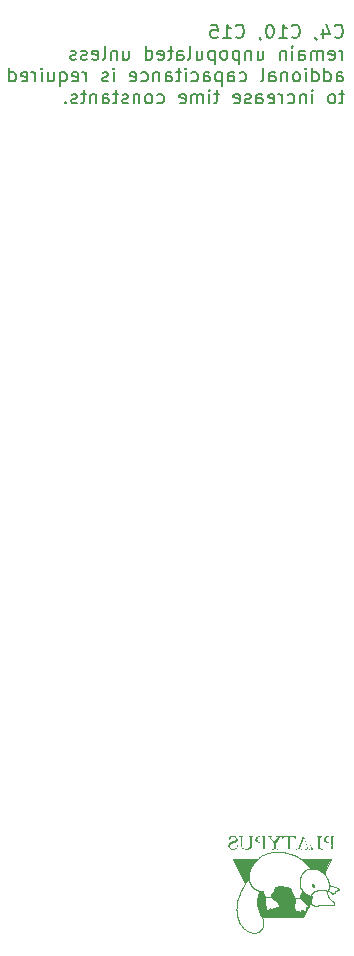
<source format=gbr>
%TF.GenerationSoftware,KiCad,Pcbnew,9.0.2*%
%TF.CreationDate,2025-06-13T11:02:27+10:00*%
%TF.ProjectId,v8_equip_monitor,76385f65-7175-4697-905f-6d6f6e69746f,rev?*%
%TF.SameCoordinates,Original*%
%TF.FileFunction,Legend,Bot*%
%TF.FilePolarity,Positive*%
%FSLAX46Y46*%
G04 Gerber Fmt 4.6, Leading zero omitted, Abs format (unit mm)*
G04 Created by KiCad (PCBNEW 9.0.2) date 2025-06-13 11:02:27*
%MOMM*%
%LPD*%
G01*
G04 APERTURE LIST*
%ADD10C,0.066145*%
%ADD11C,0.053477*%
%ADD12C,0.177800*%
%ADD13C,0.100000*%
%ADD14O,1.700000X1.700000*%
%ADD15R,1.700000X1.700000*%
%ADD16C,2.100000*%
%ADD17C,1.440000*%
%ADD18C,3.500000*%
%ADD19R,2.025000X2.025000*%
%ADD20C,2.025000*%
%ADD21C,1.600000*%
%ADD22O,1.600000X1.600000*%
%ADD23R,1.000000X1.000000*%
G04 APERTURE END LIST*
D10*
X32077128Y-86213339D02*
X32136226Y-86216511D01*
X32195579Y-86222245D01*
X32255061Y-86230539D01*
X32314544Y-86241390D01*
X32373902Y-86254794D01*
X32433010Y-86270748D01*
X32491740Y-86289249D01*
X32549966Y-86310293D01*
X32607562Y-86333878D01*
X32664400Y-86360000D01*
X32720356Y-86388657D01*
X32775302Y-86419844D01*
X32829112Y-86453558D01*
X32881660Y-86489798D01*
X32932819Y-86528558D01*
X32982462Y-86569837D01*
X33030463Y-86613630D01*
X33076697Y-86659935D01*
X33121035Y-86708748D01*
X33163353Y-86760067D01*
X33203523Y-86813887D01*
X33241418Y-86870207D01*
X33276914Y-86929022D01*
X33309883Y-86990330D01*
X33344223Y-87059202D01*
X33375741Y-87126516D01*
X33404137Y-87192760D01*
X33429109Y-87258426D01*
X33450359Y-87324003D01*
X33467584Y-87389984D01*
X33480486Y-87456857D01*
X33488762Y-87525115D01*
X33492113Y-87595246D01*
X33490237Y-87667743D01*
X33482836Y-87743094D01*
X33469607Y-87821792D01*
X33450252Y-87904326D01*
X33424468Y-87991186D01*
X33391956Y-88082865D01*
X33352415Y-88179851D01*
X33346679Y-88165746D01*
X33340275Y-88152468D01*
X33333221Y-88139993D01*
X33325540Y-88128299D01*
X33317250Y-88117363D01*
X33308372Y-88107161D01*
X33298925Y-88097672D01*
X33288931Y-88088871D01*
X33278410Y-88080737D01*
X33267380Y-88073246D01*
X33255864Y-88066376D01*
X33243880Y-88060103D01*
X33218591Y-88049258D01*
X33191674Y-88040530D01*
X33163292Y-88033734D01*
X33133606Y-88028689D01*
X33102775Y-88025210D01*
X33070963Y-88023115D01*
X33038330Y-88022221D01*
X33005037Y-88022344D01*
X32937118Y-88024914D01*
X32841077Y-88032139D01*
X32750808Y-88040777D01*
X32666161Y-88050953D01*
X32586985Y-88062790D01*
X32513130Y-88076414D01*
X32444447Y-88091949D01*
X32411997Y-88100472D01*
X32380784Y-88109519D01*
X32350788Y-88119106D01*
X32321991Y-88129249D01*
X32294374Y-88139963D01*
X32267919Y-88151263D01*
X32242606Y-88163166D01*
X32218416Y-88175686D01*
X32195332Y-88188839D01*
X32173334Y-88202641D01*
X32152403Y-88217108D01*
X32132520Y-88232255D01*
X32113668Y-88248097D01*
X32095826Y-88264650D01*
X32078977Y-88281929D01*
X32063101Y-88299951D01*
X32048179Y-88318731D01*
X32034194Y-88338284D01*
X32021126Y-88358626D01*
X32008956Y-88379772D01*
X32003966Y-88386069D01*
X31999766Y-88392315D01*
X31996322Y-88398516D01*
X31993603Y-88404679D01*
X31991577Y-88410811D01*
X31990211Y-88416918D01*
X31989474Y-88423008D01*
X31989333Y-88429088D01*
X31989756Y-88435164D01*
X31990712Y-88441243D01*
X31992168Y-88447332D01*
X31994092Y-88453438D01*
X31996452Y-88459568D01*
X31999217Y-88465729D01*
X32005829Y-88478169D01*
X32013673Y-88490814D01*
X32022491Y-88503720D01*
X32042027Y-88530530D01*
X32052230Y-88544545D01*
X32062383Y-88559039D01*
X32072228Y-88574068D01*
X32081508Y-88589687D01*
X32005089Y-88567740D01*
X31931999Y-88544110D01*
X31862181Y-88518856D01*
X31795577Y-88492039D01*
X31732130Y-88463717D01*
X31671784Y-88433950D01*
X31614479Y-88402798D01*
X31560161Y-88370320D01*
X31508770Y-88336575D01*
X31460250Y-88301623D01*
X31414544Y-88265523D01*
X31371594Y-88228336D01*
X31331344Y-88190119D01*
X31293735Y-88150934D01*
X31258710Y-88110839D01*
X31226213Y-88069893D01*
X31196186Y-88028158D01*
X31168572Y-87985690D01*
X31143313Y-87942551D01*
X31120352Y-87898800D01*
X31099632Y-87854496D01*
X31081096Y-87809699D01*
X31064686Y-87764468D01*
X31050346Y-87718863D01*
X31027643Y-87626767D01*
X31012530Y-87533888D01*
X31004548Y-87440701D01*
X31003239Y-87347683D01*
X31003238Y-87347683D01*
X31005259Y-87301847D01*
X31008942Y-87256218D01*
X31014234Y-87210855D01*
X31021082Y-87165819D01*
X31029433Y-87121168D01*
X31039232Y-87076964D01*
X31050428Y-87033265D01*
X31062967Y-86990133D01*
X31076797Y-86947627D01*
X31091863Y-86905806D01*
X31108112Y-86864732D01*
X31125493Y-86824463D01*
X31143950Y-86785060D01*
X31163432Y-86746583D01*
X31183886Y-86709091D01*
X31205257Y-86672644D01*
X31227493Y-86637304D01*
X31250541Y-86603128D01*
X31274347Y-86570178D01*
X31298859Y-86538514D01*
X31324023Y-86508194D01*
X31349786Y-86479280D01*
X31376096Y-86451831D01*
X31402898Y-86425907D01*
X31430140Y-86401569D01*
X31457769Y-86378875D01*
X31485731Y-86357886D01*
X31513973Y-86338662D01*
X31542443Y-86321262D01*
X31571086Y-86305748D01*
X31599851Y-86292178D01*
X31628683Y-86280613D01*
X31681192Y-86263166D01*
X31734967Y-86248308D01*
X31789882Y-86236036D01*
X31845811Y-86226345D01*
X31902626Y-86219233D01*
X31960201Y-86214697D01*
X32018411Y-86212733D01*
X32077128Y-86213339D01*
D11*
X27434584Y-85391590D02*
X27434576Y-85391590D01*
X27434584Y-85391583D01*
X27434584Y-85391590D01*
G36*
X27434584Y-85391590D02*
G01*
X27434576Y-85391590D01*
X27434584Y-85391583D01*
X27434584Y-85391590D01*
G37*
D10*
X26695394Y-87046000D02*
X26713100Y-87154912D01*
X26737564Y-87259601D01*
X26768670Y-87359773D01*
X26806301Y-87455132D01*
X26850343Y-87545383D01*
X26900680Y-87630229D01*
X26957195Y-87709376D01*
X26987734Y-87746720D01*
X27019774Y-87782528D01*
X27053302Y-87816763D01*
X27088301Y-87849389D01*
X27124759Y-87880369D01*
X27162661Y-87909665D01*
X27201991Y-87937240D01*
X27242736Y-87963059D01*
X27284882Y-87987083D01*
X27328413Y-88009276D01*
X27373316Y-88029600D01*
X27419576Y-88048020D01*
X27467178Y-88064498D01*
X27516108Y-88078996D01*
X27566351Y-88091479D01*
X27617894Y-88101909D01*
X27617893Y-88101917D01*
X27580964Y-88187091D01*
X27548153Y-88271380D01*
X27494304Y-88437165D01*
X27455180Y-88599000D01*
X27429612Y-88756615D01*
X27416435Y-88909739D01*
X27414479Y-89058100D01*
X27422578Y-89201427D01*
X27439563Y-89339450D01*
X27464269Y-89471898D01*
X27495526Y-89598499D01*
X27532168Y-89718983D01*
X27573028Y-89833079D01*
X27616937Y-89940515D01*
X27662728Y-90041021D01*
X27755287Y-90220157D01*
X27787054Y-90280782D01*
X27819584Y-90349032D01*
X27851416Y-90423944D01*
X27881086Y-90504558D01*
X27907131Y-90589912D01*
X27928090Y-90679043D01*
X27942499Y-90770991D01*
X27946790Y-90817721D01*
X27948895Y-90864794D01*
X27948631Y-90912091D01*
X27945816Y-90959490D01*
X27940266Y-91006873D01*
X27931799Y-91054118D01*
X27920232Y-91101106D01*
X27905382Y-91147716D01*
X27887065Y-91193828D01*
X27865100Y-91239322D01*
X27839304Y-91284078D01*
X27809493Y-91327975D01*
X27775485Y-91370894D01*
X27737097Y-91412714D01*
X27694146Y-91453314D01*
X27646449Y-91492576D01*
X27593823Y-91530378D01*
X27536086Y-91566600D01*
X27501224Y-91585535D01*
X27465092Y-91602165D01*
X27427779Y-91616534D01*
X27389374Y-91628687D01*
X27349967Y-91638667D01*
X27309649Y-91646517D01*
X27268507Y-91652283D01*
X27226632Y-91656006D01*
X27184112Y-91657732D01*
X27141039Y-91657505D01*
X27053587Y-91651363D01*
X26964992Y-91637932D01*
X26875969Y-91617562D01*
X26787235Y-91590605D01*
X26699505Y-91557410D01*
X26613496Y-91518328D01*
X26529924Y-91473710D01*
X26449504Y-91423906D01*
X26372954Y-91369268D01*
X26300988Y-91310146D01*
X26234322Y-91246891D01*
X26184752Y-91193652D01*
X26137771Y-91138379D01*
X26093334Y-91081207D01*
X26051391Y-91022269D01*
X25974804Y-90899637D01*
X25907631Y-90771565D01*
X25849496Y-90639130D01*
X25800021Y-90503413D01*
X25758826Y-90365492D01*
X25725536Y-90226447D01*
X25699771Y-90087356D01*
X25681154Y-89949300D01*
X25669308Y-89813357D01*
X25663854Y-89680606D01*
X25664414Y-89552127D01*
X25670611Y-89428999D01*
X25682067Y-89312301D01*
X25698403Y-89203113D01*
X25745675Y-88974032D01*
X25799702Y-88763124D01*
X25859446Y-88568986D01*
X25923871Y-88390216D01*
X25991940Y-88225411D01*
X26062616Y-88073169D01*
X26134860Y-87932087D01*
X26207637Y-87800764D01*
X26483326Y-87344999D01*
X26543207Y-87241428D01*
X26597398Y-87139200D01*
X26644861Y-87036912D01*
X26684560Y-86933162D01*
X26695394Y-87046000D01*
D11*
X29461088Y-87722688D02*
X29556896Y-87729441D01*
X29652054Y-87739537D01*
X29745249Y-87752473D01*
X29835164Y-87767749D01*
X29920483Y-87784862D01*
X29999892Y-87803311D01*
X30072076Y-87822595D01*
X30135718Y-87842211D01*
X30189503Y-87861659D01*
X30232116Y-87880436D01*
X30233930Y-87911795D01*
X30236983Y-87942184D01*
X30241210Y-87971659D01*
X30246543Y-88000276D01*
X30252918Y-88028091D01*
X30260268Y-88055160D01*
X30268527Y-88081538D01*
X30277629Y-88107281D01*
X30298099Y-88157088D01*
X30321149Y-88205027D01*
X30346252Y-88251545D01*
X30372880Y-88297088D01*
X30428599Y-88387041D01*
X30456633Y-88432344D01*
X30484080Y-88478461D01*
X30510412Y-88525838D01*
X30535101Y-88574923D01*
X30557619Y-88626163D01*
X30567899Y-88652730D01*
X30577438Y-88680004D01*
X30578244Y-88680168D01*
X30578986Y-88680298D01*
X30579683Y-88680405D01*
X30580358Y-88680501D01*
X30581032Y-88680596D01*
X30581725Y-88680704D01*
X30582460Y-88680836D01*
X30583256Y-88681003D01*
X30590524Y-88725536D01*
X30595480Y-88771211D01*
X30598370Y-88817767D01*
X30599439Y-88864945D01*
X30598935Y-88912484D01*
X30597102Y-88960124D01*
X30590437Y-89054667D01*
X30571999Y-89233516D01*
X30564163Y-89313658D01*
X30561452Y-89350498D01*
X30559874Y-89384838D01*
X30559921Y-89418941D01*
X30560952Y-89455250D01*
X30562893Y-89493156D01*
X30565672Y-89532051D01*
X30569214Y-89571328D01*
X30573445Y-89610378D01*
X30578293Y-89648593D01*
X30583683Y-89685367D01*
X30589543Y-89720091D01*
X30595798Y-89752157D01*
X30602375Y-89780957D01*
X30609200Y-89805884D01*
X30616200Y-89826330D01*
X30623301Y-89841687D01*
X30626866Y-89847267D01*
X30630430Y-89851347D01*
X30633981Y-89853850D01*
X30637512Y-89854702D01*
X30641913Y-89855508D01*
X30646213Y-89855616D01*
X30650429Y-89855073D01*
X30654578Y-89853928D01*
X30658678Y-89852228D01*
X30662745Y-89850022D01*
X30666795Y-89847357D01*
X30670847Y-89844282D01*
X30679023Y-89837094D01*
X30687406Y-89828840D01*
X30705340Y-89810675D01*
X30715163Y-89801532D01*
X30720348Y-89797114D01*
X30725737Y-89792862D01*
X30731349Y-89788824D01*
X30737199Y-89785048D01*
X30743305Y-89781582D01*
X30749683Y-89778474D01*
X30756352Y-89775773D01*
X30763327Y-89773526D01*
X30770625Y-89771781D01*
X30778265Y-89770587D01*
X30786262Y-89769991D01*
X30794633Y-89770041D01*
X30803396Y-89770786D01*
X30812568Y-89772274D01*
X30822061Y-89774414D01*
X30831317Y-89777063D01*
X30840344Y-89780189D01*
X30849154Y-89783760D01*
X30857757Y-89787742D01*
X30866164Y-89792104D01*
X30874385Y-89796812D01*
X30882430Y-89801835D01*
X30890311Y-89807140D01*
X30898038Y-89812694D01*
X30913070Y-89824420D01*
X30927611Y-89836754D01*
X30941746Y-89849435D01*
X30969132Y-89874802D01*
X30982551Y-89886967D01*
X30995900Y-89898440D01*
X31009264Y-89908962D01*
X31015977Y-89913784D01*
X31022725Y-89918272D01*
X31029519Y-89922391D01*
X31036369Y-89926110D01*
X31043286Y-89929396D01*
X31050280Y-89932216D01*
X31056541Y-89931046D01*
X31062222Y-89928980D01*
X31067374Y-89926073D01*
X31072049Y-89922381D01*
X31076297Y-89917960D01*
X31080168Y-89912866D01*
X31083714Y-89907155D01*
X31086986Y-89900883D01*
X31092909Y-89886877D01*
X31098345Y-89871297D01*
X31109381Y-89837200D01*
X31115795Y-89819576D01*
X31123349Y-89802165D01*
X31127680Y-89793679D01*
X31132449Y-89785414D01*
X31137707Y-89777425D01*
X31143503Y-89769769D01*
X31149890Y-89762501D01*
X31156917Y-89755677D01*
X31164636Y-89749353D01*
X31173098Y-89743586D01*
X31182354Y-89738430D01*
X31192453Y-89733942D01*
X31203448Y-89730177D01*
X31215389Y-89727191D01*
X31222045Y-89726392D01*
X31229320Y-89726305D01*
X31237171Y-89726879D01*
X31245558Y-89728065D01*
X31263776Y-89732073D01*
X31283643Y-89737929D01*
X31304829Y-89745236D01*
X31327004Y-89753593D01*
X31373004Y-89771863D01*
X31419003Y-89789546D01*
X31441178Y-89797170D01*
X31462363Y-89803451D01*
X31482229Y-89807989D01*
X31491564Y-89809479D01*
X31500445Y-89810385D01*
X31508832Y-89810655D01*
X31516683Y-89810240D01*
X31523957Y-89809090D01*
X31530612Y-89807155D01*
X31533965Y-89805409D01*
X31536560Y-89802997D01*
X31538460Y-89799940D01*
X31539728Y-89796259D01*
X31540428Y-89791977D01*
X31540623Y-89787114D01*
X31539750Y-89775732D01*
X31528701Y-89711285D01*
X31526580Y-89691303D01*
X31525727Y-89670115D01*
X31526648Y-89647896D01*
X31527932Y-89636452D01*
X31529849Y-89624815D01*
X31532463Y-89613006D01*
X31535836Y-89601046D01*
X31540033Y-89588957D01*
X31545116Y-89576760D01*
X31551148Y-89564477D01*
X31558193Y-89552129D01*
X31566315Y-89539737D01*
X31575575Y-89527324D01*
X31578963Y-89523367D01*
X31582416Y-89519626D01*
X31585931Y-89516096D01*
X31589505Y-89512770D01*
X31593134Y-89509644D01*
X31596816Y-89506710D01*
X31604326Y-89501399D01*
X31612010Y-89496790D01*
X31619844Y-89492836D01*
X31627802Y-89489491D01*
X31635862Y-89486706D01*
X31643997Y-89484436D01*
X31652184Y-89482633D01*
X31660398Y-89481251D01*
X31668615Y-89480243D01*
X31676810Y-89479561D01*
X31684959Y-89479159D01*
X31693038Y-89478990D01*
X31701021Y-89479007D01*
X31604512Y-89679248D01*
X31313702Y-90276371D01*
X27782832Y-90277507D01*
X27679651Y-90081778D01*
X27627778Y-89975094D01*
X27602401Y-89917983D01*
X27577637Y-89857762D01*
X27553666Y-89793985D01*
X27530668Y-89726205D01*
X27508823Y-89653974D01*
X27488311Y-89576847D01*
X27469311Y-89494375D01*
X27452005Y-89406111D01*
X27436571Y-89311609D01*
X27423190Y-89210422D01*
X27417997Y-89158094D01*
X27414642Y-89105858D01*
X27413015Y-89053817D01*
X27413005Y-89002073D01*
X27414503Y-88950730D01*
X27417399Y-88899890D01*
X27421584Y-88849657D01*
X27426949Y-88800133D01*
X27440776Y-88703625D01*
X27458004Y-88611190D01*
X27477755Y-88523650D01*
X27499151Y-88441829D01*
X27521316Y-88366551D01*
X27543373Y-88298638D01*
X27564442Y-88238915D01*
X27583649Y-88188204D01*
X27612961Y-88117113D01*
X27624292Y-88091953D01*
X27653832Y-88095473D01*
X27682550Y-88097589D01*
X27711034Y-88098383D01*
X27739872Y-88097934D01*
X27769650Y-88096324D01*
X27800957Y-88093633D01*
X27834379Y-88089942D01*
X27870505Y-88085330D01*
X27869965Y-88104771D01*
X27870586Y-88124245D01*
X27872296Y-88143736D01*
X27875024Y-88163223D01*
X27878697Y-88182691D01*
X27883244Y-88202120D01*
X27888593Y-88221493D01*
X27894673Y-88240792D01*
X27908738Y-88279095D01*
X27924864Y-88316885D01*
X27942478Y-88354018D01*
X27961007Y-88390351D01*
X28032798Y-88524793D01*
X28047296Y-88554962D01*
X28059267Y-88583467D01*
X28068138Y-88610163D01*
X28071231Y-88622788D01*
X28073334Y-88634906D01*
X28082688Y-88755882D01*
X28090902Y-88914650D01*
X28101361Y-89096010D01*
X28117449Y-89284761D01*
X28128660Y-89377157D01*
X28142547Y-89465700D01*
X28159533Y-89548490D01*
X28180040Y-89623626D01*
X28191747Y-89657731D01*
X28204493Y-89689209D01*
X28218330Y-89717824D01*
X28233312Y-89743338D01*
X28249492Y-89765514D01*
X28266923Y-89784114D01*
X28285656Y-89798900D01*
X28305746Y-89809635D01*
X28309444Y-89810473D01*
X28313047Y-89810216D01*
X28316577Y-89808925D01*
X28320056Y-89806663D01*
X28323507Y-89803491D01*
X28326950Y-89799471D01*
X28333905Y-89789134D01*
X28341094Y-89776146D01*
X28348696Y-89761001D01*
X28365835Y-89726221D01*
X28375724Y-89707573D01*
X28386726Y-89688745D01*
X28399018Y-89670233D01*
X28405703Y-89661250D01*
X28412775Y-89652530D01*
X28420258Y-89644137D01*
X28428173Y-89636131D01*
X28436542Y-89628574D01*
X28445387Y-89621529D01*
X28454730Y-89615057D01*
X28464593Y-89609220D01*
X28474998Y-89604079D01*
X28485966Y-89599697D01*
X28497305Y-89596517D01*
X28508340Y-89594878D01*
X28519073Y-89594680D01*
X28529510Y-89595822D01*
X28539653Y-89598205D01*
X28549506Y-89601729D01*
X28559073Y-89606295D01*
X28568357Y-89611802D01*
X28577363Y-89618152D01*
X28586094Y-89625243D01*
X28594553Y-89632977D01*
X28602745Y-89641254D01*
X28618340Y-89659036D01*
X28632909Y-89677792D01*
X28681513Y-89746593D01*
X28691393Y-89758247D01*
X28696013Y-89762694D01*
X28700425Y-89766087D01*
X28704631Y-89768327D01*
X28708636Y-89769314D01*
X28712444Y-89768949D01*
X28716058Y-89767131D01*
X28718575Y-89765076D01*
X28720980Y-89762226D01*
X28723294Y-89758635D01*
X28725536Y-89754359D01*
X28729885Y-89743967D01*
X28734190Y-89731485D01*
X28743313Y-89701994D01*
X28748453Y-89685856D01*
X28754193Y-89669370D01*
X28760696Y-89652972D01*
X28768123Y-89637097D01*
X28772233Y-89629492D01*
X28776635Y-89622182D01*
X28781348Y-89615219D01*
X28786393Y-89608660D01*
X28791789Y-89602558D01*
X28797558Y-89596968D01*
X28803719Y-89591945D01*
X28810292Y-89587542D01*
X28817298Y-89583815D01*
X28824757Y-89580817D01*
X28832689Y-89578603D01*
X28841113Y-89577228D01*
X28849497Y-89576940D01*
X28857759Y-89577446D01*
X28865895Y-89578690D01*
X28873899Y-89580616D01*
X28881768Y-89583168D01*
X28889497Y-89586290D01*
X28897082Y-89589927D01*
X28904516Y-89594022D01*
X28911797Y-89598520D01*
X28918920Y-89603365D01*
X28925879Y-89608502D01*
X28932671Y-89613873D01*
X28945734Y-89625098D01*
X28958070Y-89636594D01*
X28980420Y-89658613D01*
X28990360Y-89668241D01*
X28999428Y-89676354D01*
X29003623Y-89679702D01*
X29007587Y-89682504D01*
X29011314Y-89684703D01*
X29014800Y-89686245D01*
X29018040Y-89687072D01*
X29021031Y-89687129D01*
X29023766Y-89686361D01*
X29026243Y-89684711D01*
X29027047Y-89681498D01*
X29027604Y-89677519D01*
X29028102Y-89667475D01*
X29027504Y-89640546D01*
X29026442Y-89607350D01*
X29026359Y-89589472D01*
X29026906Y-89571312D01*
X29028333Y-89553299D01*
X29030889Y-89535861D01*
X29032667Y-89527491D01*
X29034822Y-89519425D01*
X29037382Y-89511717D01*
X29040381Y-89504420D01*
X29043848Y-89497589D01*
X29047816Y-89491275D01*
X29052314Y-89485534D01*
X29057375Y-89480418D01*
X29063029Y-89475982D01*
X29069307Y-89472277D01*
X29076241Y-89469359D01*
X29083862Y-89467281D01*
X29091942Y-89466190D01*
X29100216Y-89465696D01*
X29108658Y-89465753D01*
X29117243Y-89466315D01*
X29125946Y-89467333D01*
X29134740Y-89468763D01*
X29143600Y-89470557D01*
X29152500Y-89472668D01*
X29170318Y-89477657D01*
X29187990Y-89483356D01*
X29222073Y-89495389D01*
X29238073Y-89500978D01*
X29253106Y-89505783D01*
X29266966Y-89509432D01*
X29273393Y-89510706D01*
X29279449Y-89511550D01*
X29285110Y-89511919D01*
X29290349Y-89511765D01*
X29295141Y-89511042D01*
X29299461Y-89509704D01*
X29303282Y-89507702D01*
X29306579Y-89504992D01*
X29309327Y-89501526D01*
X29311499Y-89497257D01*
X29312478Y-89484664D01*
X29310783Y-89466101D01*
X29306493Y-89442273D01*
X29299689Y-89413887D01*
X29290452Y-89381650D01*
X29278862Y-89346268D01*
X29265001Y-89308448D01*
X29248948Y-89268897D01*
X29230784Y-89228320D01*
X29210590Y-89187425D01*
X29188446Y-89146917D01*
X29164434Y-89107505D01*
X29138633Y-89069894D01*
X29111124Y-89034790D01*
X29081989Y-89002901D01*
X29066836Y-88988383D01*
X29051306Y-88974933D01*
X29018953Y-88949197D01*
X28985852Y-88924368D01*
X28952253Y-88900300D01*
X28918406Y-88876847D01*
X28785510Y-88786252D01*
X28754155Y-88763677D01*
X28724046Y-88740838D01*
X28695432Y-88717589D01*
X28668562Y-88693784D01*
X28643685Y-88669277D01*
X28621050Y-88643920D01*
X28610651Y-88630878D01*
X28600906Y-88617569D01*
X28591847Y-88603974D01*
X28583503Y-88590076D01*
X28580057Y-88591061D01*
X28576466Y-88591969D01*
X28572772Y-88592823D01*
X28569015Y-88593646D01*
X28561478Y-88595281D01*
X28557780Y-88596137D01*
X28554183Y-88597049D01*
X28571352Y-88592275D01*
X28579972Y-88589906D01*
X28588547Y-88587627D01*
X28585959Y-88570382D01*
X28585171Y-88552838D01*
X28586091Y-88534972D01*
X28588629Y-88516764D01*
X28592692Y-88498191D01*
X28598191Y-88479232D01*
X28613130Y-88440072D01*
X28632715Y-88399110D01*
X28656218Y-88356174D01*
X28712058Y-88263695D01*
X28774818Y-88161259D01*
X28806970Y-88105877D01*
X28838664Y-88047489D01*
X28869171Y-87985924D01*
X28897761Y-87921010D01*
X28923706Y-87852574D01*
X28946277Y-87780445D01*
X28981328Y-87767703D01*
X29018355Y-87756611D01*
X29097676Y-87739129D01*
X29182925Y-87727497D01*
X29272787Y-87721214D01*
X29365947Y-87719778D01*
X29461088Y-87722688D01*
G36*
X29461088Y-87722688D02*
G01*
X29556896Y-87729441D01*
X29652054Y-87739537D01*
X29745249Y-87752473D01*
X29835164Y-87767749D01*
X29920483Y-87784862D01*
X29999892Y-87803311D01*
X30072076Y-87822595D01*
X30135718Y-87842211D01*
X30189503Y-87861659D01*
X30232116Y-87880436D01*
X30233930Y-87911795D01*
X30236983Y-87942184D01*
X30241210Y-87971659D01*
X30246543Y-88000276D01*
X30252918Y-88028091D01*
X30260268Y-88055160D01*
X30268527Y-88081538D01*
X30277629Y-88107281D01*
X30298099Y-88157088D01*
X30321149Y-88205027D01*
X30346252Y-88251545D01*
X30372880Y-88297088D01*
X30428599Y-88387041D01*
X30456633Y-88432344D01*
X30484080Y-88478461D01*
X30510412Y-88525838D01*
X30535101Y-88574923D01*
X30557619Y-88626163D01*
X30567899Y-88652730D01*
X30577438Y-88680004D01*
X30578244Y-88680168D01*
X30578986Y-88680298D01*
X30579683Y-88680405D01*
X30580358Y-88680501D01*
X30581032Y-88680596D01*
X30581725Y-88680704D01*
X30582460Y-88680836D01*
X30583256Y-88681003D01*
X30590524Y-88725536D01*
X30595480Y-88771211D01*
X30598370Y-88817767D01*
X30599439Y-88864945D01*
X30598935Y-88912484D01*
X30597102Y-88960124D01*
X30590437Y-89054667D01*
X30571999Y-89233516D01*
X30564163Y-89313658D01*
X30561452Y-89350498D01*
X30559874Y-89384838D01*
X30559921Y-89418941D01*
X30560952Y-89455250D01*
X30562893Y-89493156D01*
X30565672Y-89532051D01*
X30569214Y-89571328D01*
X30573445Y-89610378D01*
X30578293Y-89648593D01*
X30583683Y-89685367D01*
X30589543Y-89720091D01*
X30595798Y-89752157D01*
X30602375Y-89780957D01*
X30609200Y-89805884D01*
X30616200Y-89826330D01*
X30623301Y-89841687D01*
X30626866Y-89847267D01*
X30630430Y-89851347D01*
X30633981Y-89853850D01*
X30637512Y-89854702D01*
X30641913Y-89855508D01*
X30646213Y-89855616D01*
X30650429Y-89855073D01*
X30654578Y-89853928D01*
X30658678Y-89852228D01*
X30662745Y-89850022D01*
X30666795Y-89847357D01*
X30670847Y-89844282D01*
X30679023Y-89837094D01*
X30687406Y-89828840D01*
X30705340Y-89810675D01*
X30715163Y-89801532D01*
X30720348Y-89797114D01*
X30725737Y-89792862D01*
X30731349Y-89788824D01*
X30737199Y-89785048D01*
X30743305Y-89781582D01*
X30749683Y-89778474D01*
X30756352Y-89775773D01*
X30763327Y-89773526D01*
X30770625Y-89771781D01*
X30778265Y-89770587D01*
X30786262Y-89769991D01*
X30794633Y-89770041D01*
X30803396Y-89770786D01*
X30812568Y-89772274D01*
X30822061Y-89774414D01*
X30831317Y-89777063D01*
X30840344Y-89780189D01*
X30849154Y-89783760D01*
X30857757Y-89787742D01*
X30866164Y-89792104D01*
X30874385Y-89796812D01*
X30882430Y-89801835D01*
X30890311Y-89807140D01*
X30898038Y-89812694D01*
X30913070Y-89824420D01*
X30927611Y-89836754D01*
X30941746Y-89849435D01*
X30969132Y-89874802D01*
X30982551Y-89886967D01*
X30995900Y-89898440D01*
X31009264Y-89908962D01*
X31015977Y-89913784D01*
X31022725Y-89918272D01*
X31029519Y-89922391D01*
X31036369Y-89926110D01*
X31043286Y-89929396D01*
X31050280Y-89932216D01*
X31056541Y-89931046D01*
X31062222Y-89928980D01*
X31067374Y-89926073D01*
X31072049Y-89922381D01*
X31076297Y-89917960D01*
X31080168Y-89912866D01*
X31083714Y-89907155D01*
X31086986Y-89900883D01*
X31092909Y-89886877D01*
X31098345Y-89871297D01*
X31109381Y-89837200D01*
X31115795Y-89819576D01*
X31123349Y-89802165D01*
X31127680Y-89793679D01*
X31132449Y-89785414D01*
X31137707Y-89777425D01*
X31143503Y-89769769D01*
X31149890Y-89762501D01*
X31156917Y-89755677D01*
X31164636Y-89749353D01*
X31173098Y-89743586D01*
X31182354Y-89738430D01*
X31192453Y-89733942D01*
X31203448Y-89730177D01*
X31215389Y-89727191D01*
X31222045Y-89726392D01*
X31229320Y-89726305D01*
X31237171Y-89726879D01*
X31245558Y-89728065D01*
X31263776Y-89732073D01*
X31283643Y-89737929D01*
X31304829Y-89745236D01*
X31327004Y-89753593D01*
X31373004Y-89771863D01*
X31419003Y-89789546D01*
X31441178Y-89797170D01*
X31462363Y-89803451D01*
X31482229Y-89807989D01*
X31491564Y-89809479D01*
X31500445Y-89810385D01*
X31508832Y-89810655D01*
X31516683Y-89810240D01*
X31523957Y-89809090D01*
X31530612Y-89807155D01*
X31533965Y-89805409D01*
X31536560Y-89802997D01*
X31538460Y-89799940D01*
X31539728Y-89796259D01*
X31540428Y-89791977D01*
X31540623Y-89787114D01*
X31539750Y-89775732D01*
X31528701Y-89711285D01*
X31526580Y-89691303D01*
X31525727Y-89670115D01*
X31526648Y-89647896D01*
X31527932Y-89636452D01*
X31529849Y-89624815D01*
X31532463Y-89613006D01*
X31535836Y-89601046D01*
X31540033Y-89588957D01*
X31545116Y-89576760D01*
X31551148Y-89564477D01*
X31558193Y-89552129D01*
X31566315Y-89539737D01*
X31575575Y-89527324D01*
X31578963Y-89523367D01*
X31582416Y-89519626D01*
X31585931Y-89516096D01*
X31589505Y-89512770D01*
X31593134Y-89509644D01*
X31596816Y-89506710D01*
X31604326Y-89501399D01*
X31612010Y-89496790D01*
X31619844Y-89492836D01*
X31627802Y-89489491D01*
X31635862Y-89486706D01*
X31643997Y-89484436D01*
X31652184Y-89482633D01*
X31660398Y-89481251D01*
X31668615Y-89480243D01*
X31676810Y-89479561D01*
X31684959Y-89479159D01*
X31693038Y-89478990D01*
X31701021Y-89479007D01*
X31604512Y-89679248D01*
X31313702Y-90276371D01*
X27782832Y-90277507D01*
X27679651Y-90081778D01*
X27627778Y-89975094D01*
X27602401Y-89917983D01*
X27577637Y-89857762D01*
X27553666Y-89793985D01*
X27530668Y-89726205D01*
X27508823Y-89653974D01*
X27488311Y-89576847D01*
X27469311Y-89494375D01*
X27452005Y-89406111D01*
X27436571Y-89311609D01*
X27423190Y-89210422D01*
X27417997Y-89158094D01*
X27414642Y-89105858D01*
X27413015Y-89053817D01*
X27413005Y-89002073D01*
X27414503Y-88950730D01*
X27417399Y-88899890D01*
X27421584Y-88849657D01*
X27426949Y-88800133D01*
X27440776Y-88703625D01*
X27458004Y-88611190D01*
X27477755Y-88523650D01*
X27499151Y-88441829D01*
X27521316Y-88366551D01*
X27543373Y-88298638D01*
X27564442Y-88238915D01*
X27583649Y-88188204D01*
X27612961Y-88117113D01*
X27624292Y-88091953D01*
X27653832Y-88095473D01*
X27682550Y-88097589D01*
X27711034Y-88098383D01*
X27739872Y-88097934D01*
X27769650Y-88096324D01*
X27800957Y-88093633D01*
X27834379Y-88089942D01*
X27870505Y-88085330D01*
X27869965Y-88104771D01*
X27870586Y-88124245D01*
X27872296Y-88143736D01*
X27875024Y-88163223D01*
X27878697Y-88182691D01*
X27883244Y-88202120D01*
X27888593Y-88221493D01*
X27894673Y-88240792D01*
X27908738Y-88279095D01*
X27924864Y-88316885D01*
X27942478Y-88354018D01*
X27961007Y-88390351D01*
X28032798Y-88524793D01*
X28047296Y-88554962D01*
X28059267Y-88583467D01*
X28068138Y-88610163D01*
X28071231Y-88622788D01*
X28073334Y-88634906D01*
X28082688Y-88755882D01*
X28090902Y-88914650D01*
X28101361Y-89096010D01*
X28117449Y-89284761D01*
X28128660Y-89377157D01*
X28142547Y-89465700D01*
X28159533Y-89548490D01*
X28180040Y-89623626D01*
X28191747Y-89657731D01*
X28204493Y-89689209D01*
X28218330Y-89717824D01*
X28233312Y-89743338D01*
X28249492Y-89765514D01*
X28266923Y-89784114D01*
X28285656Y-89798900D01*
X28305746Y-89809635D01*
X28309444Y-89810473D01*
X28313047Y-89810216D01*
X28316577Y-89808925D01*
X28320056Y-89806663D01*
X28323507Y-89803491D01*
X28326950Y-89799471D01*
X28333905Y-89789134D01*
X28341094Y-89776146D01*
X28348696Y-89761001D01*
X28365835Y-89726221D01*
X28375724Y-89707573D01*
X28386726Y-89688745D01*
X28399018Y-89670233D01*
X28405703Y-89661250D01*
X28412775Y-89652530D01*
X28420258Y-89644137D01*
X28428173Y-89636131D01*
X28436542Y-89628574D01*
X28445387Y-89621529D01*
X28454730Y-89615057D01*
X28464593Y-89609220D01*
X28474998Y-89604079D01*
X28485966Y-89599697D01*
X28497305Y-89596517D01*
X28508340Y-89594878D01*
X28519073Y-89594680D01*
X28529510Y-89595822D01*
X28539653Y-89598205D01*
X28549506Y-89601729D01*
X28559073Y-89606295D01*
X28568357Y-89611802D01*
X28577363Y-89618152D01*
X28586094Y-89625243D01*
X28594553Y-89632977D01*
X28602745Y-89641254D01*
X28618340Y-89659036D01*
X28632909Y-89677792D01*
X28681513Y-89746593D01*
X28691393Y-89758247D01*
X28696013Y-89762694D01*
X28700425Y-89766087D01*
X28704631Y-89768327D01*
X28708636Y-89769314D01*
X28712444Y-89768949D01*
X28716058Y-89767131D01*
X28718575Y-89765076D01*
X28720980Y-89762226D01*
X28723294Y-89758635D01*
X28725536Y-89754359D01*
X28729885Y-89743967D01*
X28734190Y-89731485D01*
X28743313Y-89701994D01*
X28748453Y-89685856D01*
X28754193Y-89669370D01*
X28760696Y-89652972D01*
X28768123Y-89637097D01*
X28772233Y-89629492D01*
X28776635Y-89622182D01*
X28781348Y-89615219D01*
X28786393Y-89608660D01*
X28791789Y-89602558D01*
X28797558Y-89596968D01*
X28803719Y-89591945D01*
X28810292Y-89587542D01*
X28817298Y-89583815D01*
X28824757Y-89580817D01*
X28832689Y-89578603D01*
X28841113Y-89577228D01*
X28849497Y-89576940D01*
X28857759Y-89577446D01*
X28865895Y-89578690D01*
X28873899Y-89580616D01*
X28881768Y-89583168D01*
X28889497Y-89586290D01*
X28897082Y-89589927D01*
X28904516Y-89594022D01*
X28911797Y-89598520D01*
X28918920Y-89603365D01*
X28925879Y-89608502D01*
X28932671Y-89613873D01*
X28945734Y-89625098D01*
X28958070Y-89636594D01*
X28980420Y-89658613D01*
X28990360Y-89668241D01*
X28999428Y-89676354D01*
X29003623Y-89679702D01*
X29007587Y-89682504D01*
X29011314Y-89684703D01*
X29014800Y-89686245D01*
X29018040Y-89687072D01*
X29021031Y-89687129D01*
X29023766Y-89686361D01*
X29026243Y-89684711D01*
X29027047Y-89681498D01*
X29027604Y-89677519D01*
X29028102Y-89667475D01*
X29027504Y-89640546D01*
X29026442Y-89607350D01*
X29026359Y-89589472D01*
X29026906Y-89571312D01*
X29028333Y-89553299D01*
X29030889Y-89535861D01*
X29032667Y-89527491D01*
X29034822Y-89519425D01*
X29037382Y-89511717D01*
X29040381Y-89504420D01*
X29043848Y-89497589D01*
X29047816Y-89491275D01*
X29052314Y-89485534D01*
X29057375Y-89480418D01*
X29063029Y-89475982D01*
X29069307Y-89472277D01*
X29076241Y-89469359D01*
X29083862Y-89467281D01*
X29091942Y-89466190D01*
X29100216Y-89465696D01*
X29108658Y-89465753D01*
X29117243Y-89466315D01*
X29125946Y-89467333D01*
X29134740Y-89468763D01*
X29143600Y-89470557D01*
X29152500Y-89472668D01*
X29170318Y-89477657D01*
X29187990Y-89483356D01*
X29222073Y-89495389D01*
X29238073Y-89500978D01*
X29253106Y-89505783D01*
X29266966Y-89509432D01*
X29273393Y-89510706D01*
X29279449Y-89511550D01*
X29285110Y-89511919D01*
X29290349Y-89511765D01*
X29295141Y-89511042D01*
X29299461Y-89509704D01*
X29303282Y-89507702D01*
X29306579Y-89504992D01*
X29309327Y-89501526D01*
X29311499Y-89497257D01*
X29312478Y-89484664D01*
X29310783Y-89466101D01*
X29306493Y-89442273D01*
X29299689Y-89413887D01*
X29290452Y-89381650D01*
X29278862Y-89346268D01*
X29265001Y-89308448D01*
X29248948Y-89268897D01*
X29230784Y-89228320D01*
X29210590Y-89187425D01*
X29188446Y-89146917D01*
X29164434Y-89107505D01*
X29138633Y-89069894D01*
X29111124Y-89034790D01*
X29081989Y-89002901D01*
X29066836Y-88988383D01*
X29051306Y-88974933D01*
X29018953Y-88949197D01*
X28985852Y-88924368D01*
X28952253Y-88900300D01*
X28918406Y-88876847D01*
X28785510Y-88786252D01*
X28754155Y-88763677D01*
X28724046Y-88740838D01*
X28695432Y-88717589D01*
X28668562Y-88693784D01*
X28643685Y-88669277D01*
X28621050Y-88643920D01*
X28610651Y-88630878D01*
X28600906Y-88617569D01*
X28591847Y-88603974D01*
X28583503Y-88590076D01*
X28580057Y-88591061D01*
X28576466Y-88591969D01*
X28572772Y-88592823D01*
X28569015Y-88593646D01*
X28561478Y-88595281D01*
X28557780Y-88596137D01*
X28554183Y-88597049D01*
X28571352Y-88592275D01*
X28579972Y-88589906D01*
X28588547Y-88587627D01*
X28585959Y-88570382D01*
X28585171Y-88552838D01*
X28586091Y-88534972D01*
X28588629Y-88516764D01*
X28592692Y-88498191D01*
X28598191Y-88479232D01*
X28613130Y-88440072D01*
X28632715Y-88399110D01*
X28656218Y-88356174D01*
X28712058Y-88263695D01*
X28774818Y-88161259D01*
X28806970Y-88105877D01*
X28838664Y-88047489D01*
X28869171Y-87985924D01*
X28897761Y-87921010D01*
X28923706Y-87852574D01*
X28946277Y-87780445D01*
X28981328Y-87767703D01*
X29018355Y-87756611D01*
X29097676Y-87739129D01*
X29182925Y-87727497D01*
X29272787Y-87721214D01*
X29365947Y-87719778D01*
X29461088Y-87722688D01*
G37*
D10*
X32988712Y-88025604D02*
X33073821Y-88031639D01*
X33152271Y-88042408D01*
X33170249Y-88045805D01*
X33187145Y-88049440D01*
X33202993Y-88053315D01*
X33217827Y-88057434D01*
X33231678Y-88061801D01*
X33244579Y-88066418D01*
X33256565Y-88071288D01*
X33267667Y-88076415D01*
X33277919Y-88081802D01*
X33287354Y-88087452D01*
X33296005Y-88093369D01*
X33303904Y-88099555D01*
X33311085Y-88106014D01*
X33317580Y-88112748D01*
X33323424Y-88119762D01*
X33328648Y-88127059D01*
X33333285Y-88134640D01*
X33337369Y-88142511D01*
X33340933Y-88150673D01*
X33344010Y-88159131D01*
X33346632Y-88167887D01*
X33348832Y-88176944D01*
X33352101Y-88195977D01*
X33354080Y-88216254D01*
X33355032Y-88237801D01*
X33355223Y-88260644D01*
X33354915Y-88284809D01*
X33355354Y-88319245D01*
X33359479Y-88357529D01*
X33367284Y-88399114D01*
X33378760Y-88443457D01*
X33393902Y-88490010D01*
X33412701Y-88538228D01*
X33435150Y-88587567D01*
X33461242Y-88637480D01*
X33490969Y-88687423D01*
X33524324Y-88736849D01*
X33561300Y-88785214D01*
X33601889Y-88831972D01*
X33646084Y-88876577D01*
X33669532Y-88897902D01*
X33693878Y-88918484D01*
X33719123Y-88938256D01*
X33745264Y-88957148D01*
X33772301Y-88975093D01*
X33800233Y-88992023D01*
X33800234Y-88992023D01*
X33800235Y-88992024D01*
X33800235Y-88992025D01*
X33800236Y-88992025D01*
X33800237Y-88992027D01*
X33800237Y-88992028D01*
X33800238Y-88992029D01*
X33800239Y-88992029D01*
X33800239Y-88992030D01*
X33800240Y-88992030D01*
X33800240Y-88992031D01*
X33800241Y-88992031D01*
X33835555Y-89013934D01*
X33866067Y-89035565D01*
X33891915Y-89056870D01*
X33913236Y-89077796D01*
X33930169Y-89098290D01*
X33942852Y-89118299D01*
X33951421Y-89137770D01*
X33956016Y-89156650D01*
X33956774Y-89174886D01*
X33953833Y-89192424D01*
X33947330Y-89209212D01*
X33937404Y-89225197D01*
X33924193Y-89240325D01*
X33907834Y-89254543D01*
X33888466Y-89267799D01*
X33866226Y-89280038D01*
X33841252Y-89291209D01*
X33813682Y-89301258D01*
X33751305Y-89317777D01*
X33680199Y-89329172D01*
X33601467Y-89335016D01*
X33516211Y-89334887D01*
X33425535Y-89328359D01*
X33330543Y-89315007D01*
X33232336Y-89294406D01*
X33200925Y-89287210D01*
X33170474Y-89281049D01*
X33140959Y-89275876D01*
X33112358Y-89271645D01*
X33084647Y-89268306D01*
X33057803Y-89265813D01*
X33031805Y-89264118D01*
X33006628Y-89263173D01*
X32982250Y-89262931D01*
X32958648Y-89263345D01*
X32913681Y-89265946D01*
X32871543Y-89270598D01*
X32832051Y-89276919D01*
X32795021Y-89284528D01*
X32760271Y-89293045D01*
X32727617Y-89302089D01*
X32696876Y-89311280D01*
X32640401Y-89328577D01*
X32614299Y-89335923D01*
X32589378Y-89341892D01*
X32555855Y-89348129D01*
X32521966Y-89353604D01*
X32487814Y-89358143D01*
X32453499Y-89361569D01*
X32419127Y-89363707D01*
X32384798Y-89364381D01*
X32350616Y-89363414D01*
X32316683Y-89360632D01*
X32283102Y-89355859D01*
X32249975Y-89348919D01*
X32217406Y-89339636D01*
X32185495Y-89327834D01*
X32169820Y-89320933D01*
X32154348Y-89313338D01*
X32139092Y-89305024D01*
X32124064Y-89295971D01*
X32109279Y-89286157D01*
X32094749Y-89275559D01*
X32080486Y-89264156D01*
X32066503Y-89251926D01*
X32046118Y-89232870D01*
X32027612Y-89214099D01*
X32010933Y-89195576D01*
X31996026Y-89177263D01*
X31982835Y-89159125D01*
X31971307Y-89141124D01*
X31961387Y-89123222D01*
X31953020Y-89105383D01*
X31946152Y-89087570D01*
X31940729Y-89069745D01*
X31936695Y-89051872D01*
X31933997Y-89033913D01*
X31932579Y-89015831D01*
X31932388Y-88997590D01*
X31933369Y-88979152D01*
X31935467Y-88960480D01*
X31938628Y-88941538D01*
X31942797Y-88922287D01*
X31953942Y-88882714D01*
X31968465Y-88841464D01*
X31985932Y-88798241D01*
X32027949Y-88704690D01*
X32076503Y-88599689D01*
X32078262Y-88594819D01*
X32079343Y-88590046D01*
X32079788Y-88585365D01*
X32079636Y-88580770D01*
X32078929Y-88576255D01*
X32077708Y-88571815D01*
X32076013Y-88567445D01*
X32073885Y-88563139D01*
X32071365Y-88558891D01*
X32068494Y-88554697D01*
X32065312Y-88550550D01*
X32061860Y-88546445D01*
X32054310Y-88538340D01*
X32046170Y-88530338D01*
X32029425Y-88514465D01*
X32021472Y-88506507D01*
X32014233Y-88498475D01*
X32010984Y-88494418D01*
X32008035Y-88490327D01*
X32005429Y-88486195D01*
X32003205Y-88482018D01*
X32001404Y-88477789D01*
X32000067Y-88473503D01*
X31999235Y-88469156D01*
X31998949Y-88464740D01*
X32001569Y-88431449D01*
X32008356Y-88399514D01*
X32019109Y-88368928D01*
X32033627Y-88339687D01*
X32051709Y-88311783D01*
X32073154Y-88285212D01*
X32097761Y-88259967D01*
X32125329Y-88236042D01*
X32155655Y-88213431D01*
X32188541Y-88192128D01*
X32261182Y-88153423D01*
X32341644Y-88119880D01*
X32428318Y-88091451D01*
X32519595Y-88068089D01*
X32613865Y-88049745D01*
X32709521Y-88036372D01*
X32804954Y-88027922D01*
X32898554Y-88024349D01*
X32988712Y-88025604D01*
X30636534Y-88685972D02*
X30693142Y-88694763D01*
X30746642Y-88702323D01*
X30772657Y-88705267D01*
X30798412Y-88707452D01*
X30824079Y-88708730D01*
X30849831Y-88708950D01*
X30875838Y-88707962D01*
X30902275Y-88705616D01*
X30929313Y-88701762D01*
X30957123Y-88696250D01*
X30985880Y-88688931D01*
X31015754Y-88679653D01*
X31057115Y-88723856D01*
X31107763Y-88773345D01*
X31229735Y-88884257D01*
X31506104Y-89126347D01*
X31631770Y-89241828D01*
X31685188Y-89294744D01*
X31729935Y-89343136D01*
X31764216Y-89386022D01*
X31776871Y-89405093D01*
X31786235Y-89422421D01*
X31792085Y-89437882D01*
X31794196Y-89451353D01*
X31792344Y-89462712D01*
X31786304Y-89471836D01*
X31783017Y-89474618D01*
X31779269Y-89476901D01*
X31775085Y-89478730D01*
X31770487Y-89480147D01*
X31765499Y-89481197D01*
X31760143Y-89481922D01*
X31748425Y-89482573D01*
X31691549Y-89480895D01*
X31675763Y-89481143D01*
X31659724Y-89482354D01*
X31651669Y-89483430D01*
X31643620Y-89484876D01*
X31635601Y-89486737D01*
X31627636Y-89489056D01*
X31619748Y-89491877D01*
X31611960Y-89495243D01*
X31604296Y-89499197D01*
X31596779Y-89503783D01*
X31589432Y-89509044D01*
X31582279Y-89515024D01*
X31575344Y-89521767D01*
X31568648Y-89529315D01*
X31559388Y-89541729D01*
X31551267Y-89554120D01*
X31544221Y-89566469D01*
X31538187Y-89578753D01*
X31533103Y-89590952D01*
X31528905Y-89603042D01*
X31525529Y-89615004D01*
X31522913Y-89626815D01*
X31520993Y-89638454D01*
X31519707Y-89649899D01*
X31518780Y-89672124D01*
X31519627Y-89693316D01*
X31521741Y-89713303D01*
X31532765Y-89777768D01*
X31533633Y-89789153D01*
X31533436Y-89794018D01*
X31532735Y-89798302D01*
X31531465Y-89801983D01*
X31529564Y-89805041D01*
X31526969Y-89807454D01*
X31523616Y-89809200D01*
X31516960Y-89811135D01*
X31509686Y-89812285D01*
X31501835Y-89812700D01*
X31493448Y-89812429D01*
X31484566Y-89811524D01*
X31475231Y-89810033D01*
X31455365Y-89805496D01*
X31434179Y-89799215D01*
X31412004Y-89791591D01*
X31366004Y-89773907D01*
X31320005Y-89755638D01*
X31297830Y-89747281D01*
X31276644Y-89739974D01*
X31256777Y-89734117D01*
X31238560Y-89730110D01*
X31230172Y-89728924D01*
X31222321Y-89728349D01*
X31215047Y-89728437D01*
X31208391Y-89729236D01*
X31196450Y-89732221D01*
X31185456Y-89735985D01*
X31175356Y-89740472D01*
X31166100Y-89745626D01*
X31157638Y-89751391D01*
X31149919Y-89757712D01*
X31142891Y-89764532D01*
X31136504Y-89771797D01*
X31130707Y-89779449D01*
X31125449Y-89787434D01*
X31120680Y-89795694D01*
X31116348Y-89804176D01*
X31108793Y-89821577D01*
X31102378Y-89839191D01*
X31091340Y-89873269D01*
X31085903Y-89888840D01*
X31079979Y-89902837D01*
X31076708Y-89909106D01*
X31073161Y-89914814D01*
X31069290Y-89919905D01*
X31065042Y-89924323D01*
X31060368Y-89928013D01*
X31055215Y-89930919D01*
X31049534Y-89932984D01*
X31043274Y-89934154D01*
X31036280Y-89931333D01*
X31029364Y-89928047D01*
X31022514Y-89924329D01*
X31015721Y-89920209D01*
X31008973Y-89915722D01*
X31002261Y-89910900D01*
X30988900Y-89900378D01*
X30975554Y-89888905D01*
X30962138Y-89876740D01*
X30934760Y-89851374D01*
X30920630Y-89838693D01*
X30906092Y-89826360D01*
X30891064Y-89814634D01*
X30883339Y-89809080D01*
X30875460Y-89803776D01*
X30867416Y-89798754D01*
X30859196Y-89794046D01*
X30850791Y-89789685D01*
X30842188Y-89785703D01*
X30833379Y-89782133D01*
X30824353Y-89779007D01*
X30815098Y-89776358D01*
X30805604Y-89774219D01*
X30796432Y-89772732D01*
X30787669Y-89771987D01*
X30779296Y-89771937D01*
X30771298Y-89772534D01*
X30763657Y-89773729D01*
X30756356Y-89775475D01*
X30749379Y-89777723D01*
X30742708Y-89780426D01*
X30736327Y-89783535D01*
X30730218Y-89787002D01*
X30724365Y-89790780D01*
X30718751Y-89794819D01*
X30713358Y-89799073D01*
X30708170Y-89803493D01*
X30698341Y-89812640D01*
X30680393Y-89830812D01*
X30672004Y-89839068D01*
X30663824Y-89846260D01*
X30659769Y-89849336D01*
X30655717Y-89852002D01*
X30651648Y-89854209D01*
X30647547Y-89855910D01*
X30643397Y-89857055D01*
X30639180Y-89857599D01*
X30634880Y-89857491D01*
X30630479Y-89856685D01*
X30630471Y-89856678D01*
X30626940Y-89855826D01*
X30623389Y-89853323D01*
X30619827Y-89849244D01*
X30616262Y-89843665D01*
X30609165Y-89828311D01*
X30602171Y-89807869D01*
X30595352Y-89782946D01*
X30588783Y-89754150D01*
X30582536Y-89722089D01*
X30576684Y-89687370D01*
X30571302Y-89650601D01*
X30566462Y-89612390D01*
X30562238Y-89573345D01*
X30558703Y-89534072D01*
X30555930Y-89495181D01*
X30553992Y-89457277D01*
X30552963Y-89420970D01*
X30552917Y-89386867D01*
X30554516Y-89352238D01*
X30557269Y-89315065D01*
X30565229Y-89234155D01*
X30583876Y-89053564D01*
X30590518Y-88958158D01*
X30592283Y-88910112D01*
X30592675Y-88862195D01*
X30591439Y-88814673D01*
X30588324Y-88767813D01*
X30583075Y-88721883D01*
X30575441Y-88677150D01*
X30636534Y-88685972D01*
D11*
X33068605Y-86651195D02*
X33016212Y-86599958D01*
X32961652Y-86551882D01*
X32905101Y-86506973D01*
X32846737Y-86465235D01*
X32786738Y-86426674D01*
X32725280Y-86391294D01*
X32662543Y-86359100D01*
X32598702Y-86330096D01*
X32533936Y-86304288D01*
X32468422Y-86281680D01*
X32402337Y-86262276D01*
X32335859Y-86246082D01*
X32269166Y-86233103D01*
X32202435Y-86223342D01*
X32135844Y-86216805D01*
X32069569Y-86213497D01*
X32069569Y-86213505D01*
X32028703Y-86194146D01*
X31989555Y-86174164D01*
X31952021Y-86153583D01*
X31915997Y-86132426D01*
X31848063Y-86088481D01*
X31784920Y-86042516D01*
X31725735Y-85994719D01*
X31669674Y-85945279D01*
X31615905Y-85894385D01*
X31563594Y-85842223D01*
X31352279Y-85624677D01*
X31294767Y-85569007D01*
X31233715Y-85513200D01*
X31168291Y-85457444D01*
X31097662Y-85401928D01*
X33677349Y-85397656D01*
X33068605Y-86651195D01*
G36*
X33068605Y-86651195D02*
G01*
X33016212Y-86599958D01*
X32961652Y-86551882D01*
X32905101Y-86506973D01*
X32846737Y-86465235D01*
X32786738Y-86426674D01*
X32725280Y-86391294D01*
X32662543Y-86359100D01*
X32598702Y-86330096D01*
X32533936Y-86304288D01*
X32468422Y-86281680D01*
X32402337Y-86262276D01*
X32335859Y-86246082D01*
X32269166Y-86233103D01*
X32202435Y-86223342D01*
X32135844Y-86216805D01*
X32069569Y-86213497D01*
X32069569Y-86213505D01*
X32028703Y-86194146D01*
X31989555Y-86174164D01*
X31952021Y-86153583D01*
X31915997Y-86132426D01*
X31848063Y-86088481D01*
X31784920Y-86042516D01*
X31725735Y-85994719D01*
X31669674Y-85945279D01*
X31615905Y-85894385D01*
X31563594Y-85842223D01*
X31352279Y-85624677D01*
X31294767Y-85569007D01*
X31233715Y-85513200D01*
X31168291Y-85457444D01*
X31097662Y-85401928D01*
X33677349Y-85397656D01*
X33068605Y-86651195D01*
G37*
D10*
X28584848Y-88606081D02*
X28593908Y-88619676D01*
X28614051Y-88646027D01*
X28636687Y-88671383D01*
X28661566Y-88695889D01*
X28688438Y-88719693D01*
X28717055Y-88742940D01*
X28747167Y-88765777D01*
X28778525Y-88788351D01*
X28911432Y-88878938D01*
X28978883Y-88926458D01*
X29011986Y-88951287D01*
X29044340Y-88977024D01*
X29059870Y-88990473D01*
X29075022Y-89004990D01*
X29089788Y-89020488D01*
X29104158Y-89036877D01*
X29131666Y-89071979D01*
X29157466Y-89109587D01*
X29181478Y-89148997D01*
X29203621Y-89189502D01*
X29223814Y-89230395D01*
X29241977Y-89270969D01*
X29258030Y-89310518D01*
X29271891Y-89348336D01*
X29283480Y-89383716D01*
X29292716Y-89415951D01*
X29299520Y-89444335D01*
X29303810Y-89468162D01*
X29305505Y-89486725D01*
X29305355Y-89493811D01*
X29304526Y-89499317D01*
X29302353Y-89503585D01*
X29299605Y-89507052D01*
X29296307Y-89509762D01*
X29292486Y-89511763D01*
X29288166Y-89513101D01*
X29283373Y-89513823D01*
X29278133Y-89513976D01*
X29272471Y-89513607D01*
X29259987Y-89511487D01*
X29246124Y-89507836D01*
X29231089Y-89503029D01*
X29215087Y-89497439D01*
X29181000Y-89485402D01*
X29163326Y-89479702D01*
X29145506Y-89474712D01*
X29127744Y-89470806D01*
X29110247Y-89468358D01*
X29101661Y-89467797D01*
X29093218Y-89467740D01*
X29084944Y-89468234D01*
X29076864Y-89469326D01*
X29069243Y-89471403D01*
X29062310Y-89474321D01*
X29056032Y-89478024D01*
X29050380Y-89482460D01*
X29045321Y-89487575D01*
X29040824Y-89493316D01*
X29036859Y-89499628D01*
X29033394Y-89506459D01*
X29030398Y-89513755D01*
X29027840Y-89521463D01*
X29025689Y-89529528D01*
X29023914Y-89537897D01*
X29021365Y-89555334D01*
X29019945Y-89573347D01*
X29019404Y-89591505D01*
X29019494Y-89609382D01*
X29020569Y-89642577D01*
X29021176Y-89669505D01*
X29020681Y-89679549D01*
X29019321Y-89686740D01*
X29016844Y-89688390D01*
X29014108Y-89689158D01*
X29011118Y-89689100D01*
X29007877Y-89688273D01*
X29004391Y-89686732D01*
X29000664Y-89684533D01*
X28992505Y-89678385D01*
X28983437Y-89670274D01*
X28973497Y-89660648D01*
X28951147Y-89638636D01*
X28938811Y-89627143D01*
X28925749Y-89615921D01*
X28911998Y-89605417D01*
X28904875Y-89600573D01*
X28897594Y-89596076D01*
X28890159Y-89591982D01*
X28882575Y-89588347D01*
X28874846Y-89585225D01*
X28866977Y-89582674D01*
X28858972Y-89580749D01*
X28850837Y-89579506D01*
X28842575Y-89579000D01*
X28834191Y-89579288D01*
X28825766Y-89580663D01*
X28817834Y-89582877D01*
X28810374Y-89585875D01*
X28803368Y-89589603D01*
X28796793Y-89594006D01*
X28790631Y-89599030D01*
X28784861Y-89604620D01*
X28779464Y-89610722D01*
X28774418Y-89617282D01*
X28769703Y-89624245D01*
X28765300Y-89631557D01*
X28761189Y-89639163D01*
X28753759Y-89655039D01*
X28747253Y-89671439D01*
X28741509Y-89687926D01*
X28736367Y-89704066D01*
X28727239Y-89733561D01*
X28722932Y-89746045D01*
X28718581Y-89756439D01*
X28716338Y-89760716D01*
X28714024Y-89764307D01*
X28711618Y-89767158D01*
X28709101Y-89769214D01*
X28705487Y-89771032D01*
X28701679Y-89771397D01*
X28697673Y-89770410D01*
X28693465Y-89768170D01*
X28689052Y-89764776D01*
X28684430Y-89760330D01*
X28674545Y-89748675D01*
X28625916Y-89679875D01*
X28611341Y-89661119D01*
X28595739Y-89643337D01*
X28587544Y-89635060D01*
X28579081Y-89627326D01*
X28570348Y-89620235D01*
X28561339Y-89613885D01*
X28552052Y-89608378D01*
X28542483Y-89603812D01*
X28532628Y-89600288D01*
X28522483Y-89597905D01*
X28512046Y-89596763D01*
X28501311Y-89596961D01*
X28490276Y-89598600D01*
X28478937Y-89601779D01*
X28467968Y-89606162D01*
X28457564Y-89611302D01*
X28447702Y-89617139D01*
X28438361Y-89623611D01*
X28429518Y-89630656D01*
X28421152Y-89638211D01*
X28413240Y-89646217D01*
X28405760Y-89654609D01*
X28398691Y-89663328D01*
X28392010Y-89672311D01*
X28379726Y-89690821D01*
X28368731Y-89709646D01*
X28358851Y-89728292D01*
X28341730Y-89763069D01*
X28334136Y-89778211D01*
X28326954Y-89791197D01*
X28323461Y-89796727D01*
X28320005Y-89801533D01*
X28316564Y-89805552D01*
X28313116Y-89808724D01*
X28309638Y-89810985D01*
X28306109Y-89812276D01*
X28302507Y-89812533D01*
X28298809Y-89811695D01*
X28278636Y-89800899D01*
X28259832Y-89786010D01*
X28242342Y-89767269D01*
X28226113Y-89744918D01*
X28211092Y-89719197D01*
X28197225Y-89690348D01*
X28172739Y-89624228D01*
X28152226Y-89548489D01*
X28135256Y-89465059D01*
X28121402Y-89375867D01*
X28110234Y-89282842D01*
X28094242Y-89093012D01*
X28083849Y-88911000D01*
X28075626Y-88752241D01*
X28066142Y-88632167D01*
X28103425Y-88634628D01*
X28140197Y-88636394D01*
X28176412Y-88637471D01*
X28212026Y-88637867D01*
X28246994Y-88637590D01*
X28281274Y-88636647D01*
X28314821Y-88635045D01*
X28347591Y-88632791D01*
X28379541Y-88629893D01*
X28410625Y-88626358D01*
X28440800Y-88622194D01*
X28470023Y-88617407D01*
X28498249Y-88612005D01*
X28525434Y-88605995D01*
X28551534Y-88599385D01*
X28576505Y-88592182D01*
X28584848Y-88606081D01*
X29162549Y-84790471D02*
X29288454Y-84796770D01*
X29420193Y-84808213D01*
X29556799Y-84824948D01*
X29697305Y-84847127D01*
X29840742Y-84874900D01*
X29986144Y-84908415D01*
X30132542Y-84947825D01*
X30278970Y-84993278D01*
X30424460Y-85044925D01*
X30568044Y-85102916D01*
X30708755Y-85167400D01*
X30845625Y-85238529D01*
X30901785Y-85270802D01*
X30954992Y-85303399D01*
X31005431Y-85336278D01*
X31053287Y-85369399D01*
X31141989Y-85436198D01*
X31222573Y-85503462D01*
X31296517Y-85570857D01*
X31365297Y-85638051D01*
X31493274Y-85770503D01*
X31555425Y-85835095D01*
X31618320Y-85898152D01*
X31683435Y-85959343D01*
X31752248Y-86018334D01*
X31826236Y-86074792D01*
X31865632Y-86101967D01*
X31906875Y-86128384D01*
X31950150Y-86154000D01*
X31995642Y-86178776D01*
X32043536Y-86202668D01*
X32094015Y-86225636D01*
X32038494Y-86218495D01*
X31984508Y-86214785D01*
X31932054Y-86214360D01*
X31881129Y-86217079D01*
X31831728Y-86222798D01*
X31783848Y-86231373D01*
X31737485Y-86242662D01*
X31692635Y-86256521D01*
X31649296Y-86272807D01*
X31607463Y-86291377D01*
X31567132Y-86312087D01*
X31528300Y-86334795D01*
X31490963Y-86359357D01*
X31455118Y-86385629D01*
X31420760Y-86413470D01*
X31387887Y-86442735D01*
X31326579Y-86504965D01*
X31271163Y-86571174D01*
X31221611Y-86640217D01*
X31177894Y-86710947D01*
X31139981Y-86782219D01*
X31107843Y-86852887D01*
X31081452Y-86921805D01*
X31060778Y-86987827D01*
X31042434Y-87057398D01*
X31026960Y-87127375D01*
X31014586Y-87197697D01*
X31005543Y-87268300D01*
X31000062Y-87339123D01*
X30998375Y-87410104D01*
X31000711Y-87481179D01*
X31007302Y-87552288D01*
X31018379Y-87623367D01*
X31034172Y-87694355D01*
X31054912Y-87765189D01*
X31080831Y-87835806D01*
X31112160Y-87906146D01*
X31149128Y-87976145D01*
X31191967Y-88045741D01*
X31240908Y-88114872D01*
X31223240Y-88154411D01*
X31205110Y-88190934D01*
X31186761Y-88224997D01*
X31168433Y-88257157D01*
X31132812Y-88317992D01*
X31116002Y-88347780D01*
X31100181Y-88377890D01*
X31085592Y-88408879D01*
X31072476Y-88441303D01*
X31066546Y-88458226D01*
X31061075Y-88475718D01*
X31056093Y-88493846D01*
X31051631Y-88512681D01*
X31047719Y-88532291D01*
X31044386Y-88552748D01*
X31041664Y-88574119D01*
X31039582Y-88596476D01*
X31038170Y-88619886D01*
X31037460Y-88644421D01*
X31037480Y-88670149D01*
X31038262Y-88697139D01*
X30977525Y-88703058D01*
X30922945Y-88707452D01*
X30871766Y-88709972D01*
X30846590Y-88710419D01*
X30821231Y-88710265D01*
X30795345Y-88709466D01*
X30768586Y-88707979D01*
X30740611Y-88705760D01*
X30711074Y-88702764D01*
X30679632Y-88698948D01*
X30645940Y-88694268D01*
X30570427Y-88682140D01*
X30560888Y-88654866D01*
X30550608Y-88628298D01*
X30528092Y-88577054D01*
X30503406Y-88527964D01*
X30477079Y-88480579D01*
X30449637Y-88434454D01*
X30421609Y-88389141D01*
X30365906Y-88299168D01*
X30339285Y-88253614D01*
X30314189Y-88207087D01*
X30291146Y-88159139D01*
X30270682Y-88109324D01*
X30261583Y-88083577D01*
X30253326Y-88057196D01*
X30245978Y-88030125D01*
X30239606Y-88002308D01*
X30234273Y-87973689D01*
X30230048Y-87944213D01*
X30226996Y-87913824D01*
X30225182Y-87882465D01*
X30182568Y-87863688D01*
X30128780Y-87844242D01*
X30065134Y-87824627D01*
X29992945Y-87805345D01*
X29913530Y-87786899D01*
X29828203Y-87769788D01*
X29738281Y-87754515D01*
X29645079Y-87741582D01*
X29549913Y-87731489D01*
X29454098Y-87724738D01*
X29358950Y-87721831D01*
X29265785Y-87723270D01*
X29175918Y-87729555D01*
X29090664Y-87741188D01*
X29011340Y-87758671D01*
X28974313Y-87769763D01*
X28939262Y-87782505D01*
X28939264Y-87782512D01*
X28916693Y-87854641D01*
X28890748Y-87923077D01*
X28862156Y-87987990D01*
X28831648Y-88049554D01*
X28799953Y-88107941D01*
X28767800Y-88163322D01*
X28705035Y-88265756D01*
X28649190Y-88358233D01*
X28625685Y-88401168D01*
X28606098Y-88442130D01*
X28591157Y-88481290D01*
X28585657Y-88500249D01*
X28581593Y-88518822D01*
X28579054Y-88537031D01*
X28578134Y-88554897D01*
X28578921Y-88572442D01*
X28581509Y-88589687D01*
X28479562Y-88617645D01*
X28425832Y-88631155D01*
X28397612Y-88637280D01*
X28368233Y-88642790D01*
X28337505Y-88647539D01*
X28305238Y-88651380D01*
X28271242Y-88654166D01*
X28235325Y-88655752D01*
X28197298Y-88655990D01*
X28156969Y-88654735D01*
X28114148Y-88651840D01*
X28068644Y-88647159D01*
X28067360Y-88635163D01*
X28064967Y-88622616D01*
X28061542Y-88609537D01*
X28057163Y-88595945D01*
X28045855Y-88567305D01*
X28031667Y-88536853D01*
X28015221Y-88504747D01*
X27997140Y-88471143D01*
X27958567Y-88400073D01*
X27939321Y-88362921D01*
X27920932Y-88324902D01*
X27904024Y-88286173D01*
X27889219Y-88246891D01*
X27882801Y-88227092D01*
X27877141Y-88207213D01*
X27872319Y-88187276D01*
X27868413Y-88167298D01*
X27865499Y-88147300D01*
X27863657Y-88127302D01*
X27862963Y-88107323D01*
X27863496Y-88087383D01*
X27826119Y-88092003D01*
X27790696Y-88095529D01*
X27756892Y-88097920D01*
X27724374Y-88099137D01*
X27692810Y-88099138D01*
X27661864Y-88097883D01*
X27631204Y-88095333D01*
X27600497Y-88091446D01*
X27569408Y-88086184D01*
X27537605Y-88079504D01*
X27504754Y-88071367D01*
X27470521Y-88061733D01*
X27434573Y-88050562D01*
X27396577Y-88037813D01*
X27356198Y-88023445D01*
X27313104Y-88007419D01*
X27282781Y-87994357D01*
X27251940Y-87978652D01*
X27220708Y-87960382D01*
X27189212Y-87939630D01*
X27157578Y-87916474D01*
X27125934Y-87890996D01*
X27094406Y-87863274D01*
X27063121Y-87833389D01*
X27032207Y-87801421D01*
X27001789Y-87767450D01*
X26971996Y-87731557D01*
X26942953Y-87693821D01*
X26914788Y-87654322D01*
X26887627Y-87613141D01*
X26861598Y-87570357D01*
X26836827Y-87526051D01*
X26813442Y-87480303D01*
X26791569Y-87433192D01*
X26771334Y-87384800D01*
X26752866Y-87335205D01*
X26736291Y-87284488D01*
X26721735Y-87232730D01*
X26709326Y-87180009D01*
X26699190Y-87126407D01*
X26691455Y-87072003D01*
X26686247Y-87016878D01*
X26683693Y-86961111D01*
X26683921Y-86904783D01*
X26687056Y-86847973D01*
X26693226Y-86790762D01*
X26702558Y-86733230D01*
X26715179Y-86675457D01*
X26751458Y-86541050D01*
X26795265Y-86402968D01*
X26847560Y-86262514D01*
X26909302Y-86120991D01*
X26981452Y-85979702D01*
X27064969Y-85839951D01*
X27160815Y-85703041D01*
X27213661Y-85636058D01*
X27269949Y-85570274D01*
X27329800Y-85505852D01*
X27393332Y-85442955D01*
X27460667Y-85381745D01*
X27531923Y-85322386D01*
X27607222Y-85265040D01*
X27686683Y-85209870D01*
X27770427Y-85157039D01*
X27858572Y-85106710D01*
X27951240Y-85059047D01*
X28048550Y-85014211D01*
X28150623Y-84972366D01*
X28257577Y-84933674D01*
X28369535Y-84898299D01*
X28486614Y-84866403D01*
X28608936Y-84838150D01*
X28736620Y-84813702D01*
X28829513Y-84800930D01*
X28932111Y-84792701D01*
X29043445Y-84789164D01*
X29162549Y-84790471D01*
D11*
X31036736Y-88703544D02*
X31036614Y-88703563D01*
X31036622Y-88703426D01*
X31036736Y-88703544D01*
G36*
X31036736Y-88703544D02*
G01*
X31036614Y-88703563D01*
X31036622Y-88703426D01*
X31036736Y-88703544D01*
G37*
X31289379Y-88148446D02*
X31324321Y-88185669D01*
X31361607Y-88222040D01*
X31401285Y-88257511D01*
X31443402Y-88292030D01*
X31488008Y-88325549D01*
X31535149Y-88358017D01*
X31584875Y-88389383D01*
X31637234Y-88419598D01*
X31692274Y-88448611D01*
X31750043Y-88476373D01*
X31810589Y-88502833D01*
X31873961Y-88527941D01*
X31940207Y-88551647D01*
X32009375Y-88573902D01*
X32081513Y-88594654D01*
X32081063Y-88600012D01*
X32080983Y-88600685D01*
X32080885Y-88601360D01*
X32080765Y-88602038D01*
X32080620Y-88602721D01*
X32080447Y-88603408D01*
X32080240Y-88604100D01*
X32079997Y-88604798D01*
X32079713Y-88605503D01*
X32027862Y-88718209D01*
X32004793Y-88769432D01*
X31984298Y-88817743D01*
X31975174Y-88840925D01*
X31966881Y-88863521D01*
X31959484Y-88885579D01*
X31953044Y-88907146D01*
X31947625Y-88928270D01*
X31943290Y-88948999D01*
X31940101Y-88969379D01*
X31938121Y-88989460D01*
X31778055Y-89319156D01*
X31752211Y-89372898D01*
X31723436Y-89338848D01*
X31688904Y-89301775D01*
X31649393Y-89262104D01*
X31605681Y-89220261D01*
X31508766Y-89131757D01*
X31404382Y-89039664D01*
X31198100Y-88858316D01*
X31108649Y-88775863D01*
X31070069Y-88738180D01*
X31036736Y-88703544D01*
X31037254Y-88703464D01*
X31037855Y-88703385D01*
X31038430Y-88703321D01*
X31038994Y-88703269D01*
X31040139Y-88703174D01*
X31040747Y-88703122D01*
X31041397Y-88703060D01*
X31040652Y-88676041D01*
X31040739Y-88650230D01*
X31041623Y-88625563D01*
X31043269Y-88601972D01*
X31045642Y-88579393D01*
X31048707Y-88557758D01*
X31052429Y-88537002D01*
X31056774Y-88517060D01*
X31061706Y-88497864D01*
X31067190Y-88479350D01*
X31073192Y-88461451D01*
X31079677Y-88444102D01*
X31093953Y-88410787D01*
X31109740Y-88378878D01*
X31126759Y-88347848D01*
X31144729Y-88317169D01*
X31182408Y-88254754D01*
X31201556Y-88221963D01*
X31220539Y-88187414D01*
X31239076Y-88150577D01*
X31256888Y-88110927D01*
X31256731Y-88110424D01*
X31289379Y-88148446D01*
G36*
X31289379Y-88148446D02*
G01*
X31324321Y-88185669D01*
X31361607Y-88222040D01*
X31401285Y-88257511D01*
X31443402Y-88292030D01*
X31488008Y-88325549D01*
X31535149Y-88358017D01*
X31584875Y-88389383D01*
X31637234Y-88419598D01*
X31692274Y-88448611D01*
X31750043Y-88476373D01*
X31810589Y-88502833D01*
X31873961Y-88527941D01*
X31940207Y-88551647D01*
X32009375Y-88573902D01*
X32081513Y-88594654D01*
X32081063Y-88600012D01*
X32080983Y-88600685D01*
X32080885Y-88601360D01*
X32080765Y-88602038D01*
X32080620Y-88602721D01*
X32080447Y-88603408D01*
X32080240Y-88604100D01*
X32079997Y-88604798D01*
X32079713Y-88605503D01*
X32027862Y-88718209D01*
X32004793Y-88769432D01*
X31984298Y-88817743D01*
X31975174Y-88840925D01*
X31966881Y-88863521D01*
X31959484Y-88885579D01*
X31953044Y-88907146D01*
X31947625Y-88928270D01*
X31943290Y-88948999D01*
X31940101Y-88969379D01*
X31938121Y-88989460D01*
X31778055Y-89319156D01*
X31752211Y-89372898D01*
X31723436Y-89338848D01*
X31688904Y-89301775D01*
X31649393Y-89262104D01*
X31605681Y-89220261D01*
X31508766Y-89131757D01*
X31404382Y-89039664D01*
X31198100Y-88858316D01*
X31108649Y-88775863D01*
X31070069Y-88738180D01*
X31036736Y-88703544D01*
X31037254Y-88703464D01*
X31037855Y-88703385D01*
X31038430Y-88703321D01*
X31038994Y-88703269D01*
X31040139Y-88703174D01*
X31040747Y-88703122D01*
X31041397Y-88703060D01*
X31040652Y-88676041D01*
X31040739Y-88650230D01*
X31041623Y-88625563D01*
X31043269Y-88601972D01*
X31045642Y-88579393D01*
X31048707Y-88557758D01*
X31052429Y-88537002D01*
X31056774Y-88517060D01*
X31061706Y-88497864D01*
X31067190Y-88479350D01*
X31073192Y-88461451D01*
X31079677Y-88444102D01*
X31093953Y-88410787D01*
X31109740Y-88378878D01*
X31126759Y-88347848D01*
X31144729Y-88317169D01*
X31182408Y-88254754D01*
X31201556Y-88221963D01*
X31220539Y-88187414D01*
X31239076Y-88150577D01*
X31256888Y-88110927D01*
X31256731Y-88110424D01*
X31289379Y-88148446D01*
G37*
D10*
X32069763Y-87539101D02*
X32074756Y-87539614D01*
X32079899Y-87540393D01*
X32085185Y-87541438D01*
X32090605Y-87542751D01*
X32096150Y-87544331D01*
X32101811Y-87546181D01*
X32107580Y-87548300D01*
X32113448Y-87550691D01*
X32119406Y-87553353D01*
X32125445Y-87556288D01*
X32131557Y-87559496D01*
X32137734Y-87562979D01*
X32143966Y-87566738D01*
X32150244Y-87570772D01*
X32156560Y-87575084D01*
X32156560Y-87575092D01*
X32168954Y-87583834D01*
X32180772Y-87593137D01*
X32191967Y-87602915D01*
X32202492Y-87613085D01*
X32212298Y-87623563D01*
X32221338Y-87634263D01*
X32229565Y-87645103D01*
X32236930Y-87655998D01*
X32243387Y-87666863D01*
X32248887Y-87677615D01*
X32253383Y-87688169D01*
X32256827Y-87698442D01*
X32258140Y-87703446D01*
X32259172Y-87708348D01*
X32259917Y-87713137D01*
X32260369Y-87717803D01*
X32260523Y-87722336D01*
X32260372Y-87726725D01*
X32259911Y-87730958D01*
X32259133Y-87735027D01*
X32258043Y-87739112D01*
X32256654Y-87742934D01*
X32254974Y-87746490D01*
X32253012Y-87749782D01*
X32250778Y-87752809D01*
X32248279Y-87755569D01*
X32245524Y-87758063D01*
X32242523Y-87760291D01*
X32239283Y-87762251D01*
X32235813Y-87763944D01*
X32232123Y-87765368D01*
X32228221Y-87766524D01*
X32224115Y-87767410D01*
X32219815Y-87768028D01*
X32215328Y-87768375D01*
X32210664Y-87768451D01*
X32205832Y-87768257D01*
X32200839Y-87767792D01*
X32195696Y-87767054D01*
X32190410Y-87766045D01*
X32184990Y-87764762D01*
X32179445Y-87763207D01*
X32173784Y-87761378D01*
X32168015Y-87759274D01*
X32162147Y-87756896D01*
X32156189Y-87754243D01*
X32150150Y-87751315D01*
X32144037Y-87748111D01*
X32137861Y-87744630D01*
X32131629Y-87740872D01*
X32125350Y-87736837D01*
X32119033Y-87732525D01*
X32106640Y-87723782D01*
X32094822Y-87714475D01*
X32083627Y-87704685D01*
X32073102Y-87694492D01*
X32063296Y-87683978D01*
X32054256Y-87673221D01*
X32046029Y-87662304D01*
X32038664Y-87651306D01*
X32032207Y-87640308D01*
X32026707Y-87629391D01*
X32022211Y-87618634D01*
X32018767Y-87608119D01*
X32017454Y-87602978D01*
X32016422Y-87597927D01*
X32015677Y-87592977D01*
X32015225Y-87588137D01*
X32015071Y-87583418D01*
X32015222Y-87578830D01*
X32015683Y-87574383D01*
X32016461Y-87570087D01*
X32017551Y-87566229D01*
X32018940Y-87562621D01*
X32020620Y-87559264D01*
X32022582Y-87556158D01*
X32024816Y-87553305D01*
X32027315Y-87550705D01*
X32030070Y-87548360D01*
X32033072Y-87546270D01*
X32036312Y-87544436D01*
X32039781Y-87542860D01*
X32043471Y-87541541D01*
X32047374Y-87540482D01*
X32051480Y-87539682D01*
X32055780Y-87539143D01*
X32060267Y-87538866D01*
X32064931Y-87538851D01*
X32069763Y-87539101D01*
D11*
X27358613Y-85463653D02*
X27287639Y-85537856D01*
X27221480Y-85613937D01*
X27159952Y-85691645D01*
X27102873Y-85770726D01*
X27050059Y-85850927D01*
X27001328Y-85931996D01*
X26956497Y-86013680D01*
X26915382Y-86095726D01*
X26877802Y-86177882D01*
X26843572Y-86259893D01*
X26812509Y-86341508D01*
X26784432Y-86422474D01*
X26759156Y-86502538D01*
X26736500Y-86581446D01*
X26716279Y-86658947D01*
X26708802Y-86691528D01*
X26702465Y-86724028D01*
X26697220Y-86756439D01*
X26693018Y-86788749D01*
X26689810Y-86820952D01*
X26687547Y-86853036D01*
X26686180Y-86884992D01*
X26685660Y-86916813D01*
X26673189Y-86952059D01*
X26659730Y-86987071D01*
X26645326Y-87021894D01*
X26630022Y-87056580D01*
X26613860Y-87091176D01*
X26596885Y-87125730D01*
X26560669Y-87194909D01*
X26521724Y-87264506D01*
X26480400Y-87334910D01*
X26392011Y-87479694D01*
X25391295Y-85394940D01*
X27434576Y-85391590D01*
X27358613Y-85463653D01*
G36*
X27358613Y-85463653D02*
G01*
X27287639Y-85537856D01*
X27221480Y-85613937D01*
X27159952Y-85691645D01*
X27102873Y-85770726D01*
X27050059Y-85850927D01*
X27001328Y-85931996D01*
X26956497Y-86013680D01*
X26915382Y-86095726D01*
X26877802Y-86177882D01*
X26843572Y-86259893D01*
X26812509Y-86341508D01*
X26784432Y-86422474D01*
X26759156Y-86502538D01*
X26736500Y-86581446D01*
X26716279Y-86658947D01*
X26708802Y-86691528D01*
X26702465Y-86724028D01*
X26697220Y-86756439D01*
X26693018Y-86788749D01*
X26689810Y-86820952D01*
X26687547Y-86853036D01*
X26686180Y-86884992D01*
X26685660Y-86916813D01*
X26673189Y-86952059D01*
X26659730Y-86987071D01*
X26645326Y-87021894D01*
X26630022Y-87056580D01*
X26613860Y-87091176D01*
X26596885Y-87125730D01*
X26560669Y-87194909D01*
X26521724Y-87264506D01*
X26480400Y-87334910D01*
X26392011Y-87479694D01*
X25391295Y-85394940D01*
X27434576Y-85391590D01*
X27358613Y-85463653D01*
G37*
D10*
X33558506Y-87635386D02*
X33609551Y-87654423D01*
X33664723Y-87672619D01*
X33723094Y-87690401D01*
X33845726Y-87726437D01*
X33908132Y-87745547D01*
X33970028Y-87765958D01*
X34030488Y-87788096D01*
X34088585Y-87812390D01*
X34143390Y-87839268D01*
X34169269Y-87853810D01*
X34193977Y-87869159D01*
X34217399Y-87885368D01*
X34239419Y-87902491D01*
X34259921Y-87920581D01*
X34278789Y-87939692D01*
X34295906Y-87959878D01*
X34311158Y-87981191D01*
X34324429Y-88003686D01*
X34335601Y-88027416D01*
X34336889Y-88030749D01*
X34337490Y-88033288D01*
X34337436Y-88035091D01*
X34336759Y-88036214D01*
X34335490Y-88036713D01*
X34333660Y-88036644D01*
X34328447Y-88035027D01*
X34291507Y-88017103D01*
X34279514Y-88012009D01*
X34266924Y-88007571D01*
X34260484Y-88005738D01*
X34253989Y-88004238D01*
X34247472Y-88003127D01*
X34240963Y-88002461D01*
X34234494Y-88002296D01*
X34228098Y-88002690D01*
X34221805Y-88003697D01*
X34215647Y-88005375D01*
X34209656Y-88007780D01*
X34203863Y-88010967D01*
X34198300Y-88014994D01*
X34192998Y-88019916D01*
X34188128Y-88025466D01*
X34183817Y-88030873D01*
X34180039Y-88036142D01*
X34176768Y-88041274D01*
X34173977Y-88046275D01*
X34171640Y-88051148D01*
X34169729Y-88055896D01*
X34168219Y-88060523D01*
X34167083Y-88065034D01*
X34166293Y-88069430D01*
X34165825Y-88073717D01*
X34165650Y-88077898D01*
X34165743Y-88081977D01*
X34166077Y-88085956D01*
X34166625Y-88089840D01*
X34167361Y-88093633D01*
X34168258Y-88097338D01*
X34169290Y-88100959D01*
X34171652Y-88107963D01*
X34176822Y-88121121D01*
X34179205Y-88127335D01*
X34181171Y-88133343D01*
X34181930Y-88136280D01*
X34182506Y-88139176D01*
X34182871Y-88142036D01*
X34182998Y-88144863D01*
X34182972Y-88147331D01*
X34182440Y-88149145D01*
X34181422Y-88150353D01*
X34179939Y-88151004D01*
X34178013Y-88151146D01*
X34175665Y-88150827D01*
X34169785Y-88149003D01*
X34133587Y-88132994D01*
X34122210Y-88128754D01*
X34110240Y-88125194D01*
X34104085Y-88123791D01*
X34097845Y-88122704D01*
X34091541Y-88121981D01*
X34085193Y-88121670D01*
X34078824Y-88121821D01*
X34072453Y-88122481D01*
X34066103Y-88123700D01*
X34059794Y-88125526D01*
X34053548Y-88128006D01*
X34047384Y-88131191D01*
X34041326Y-88135128D01*
X34035392Y-88139865D01*
X34029663Y-88145253D01*
X34024644Y-88150636D01*
X34020300Y-88156009D01*
X34016593Y-88161366D01*
X34013487Y-88166704D01*
X34010945Y-88172016D01*
X34008931Y-88177298D01*
X34007408Y-88182545D01*
X34006340Y-88187751D01*
X34005689Y-88192912D01*
X34005419Y-88198023D01*
X34005494Y-88203078D01*
X34005876Y-88208073D01*
X34006530Y-88213003D01*
X34007418Y-88217862D01*
X34008504Y-88222645D01*
X34011123Y-88231966D01*
X34014094Y-88240924D01*
X34019919Y-88257592D01*
X34022187Y-88265221D01*
X34023032Y-88268842D01*
X34023634Y-88272327D01*
X34023958Y-88275672D01*
X34023967Y-88278870D01*
X34023625Y-88281917D01*
X34022893Y-88284809D01*
X34021411Y-88287921D01*
X34019335Y-88290264D01*
X34016699Y-88291888D01*
X34013541Y-88292842D01*
X34009895Y-88293178D01*
X34005797Y-88292946D01*
X34001283Y-88292195D01*
X33996390Y-88290978D01*
X33985604Y-88287340D01*
X33973727Y-88282436D01*
X33947839Y-88270440D01*
X33921014Y-88258209D01*
X33907964Y-88253012D01*
X33895537Y-88248965D01*
X33889646Y-88247498D01*
X33884019Y-88246469D01*
X33878690Y-88245930D01*
X33873695Y-88245929D01*
X33869071Y-88246518D01*
X33864853Y-88247746D01*
X33861076Y-88249664D01*
X33857776Y-88252323D01*
X33854656Y-88255440D01*
X33851852Y-88258691D01*
X33849343Y-88262067D01*
X33847106Y-88265554D01*
X33845120Y-88269142D01*
X33843363Y-88272820D01*
X33841815Y-88276575D01*
X33840453Y-88280396D01*
X33838204Y-88288192D01*
X33836441Y-88296117D01*
X33833691Y-88311984D01*
X33832358Y-88319743D01*
X33830824Y-88327265D01*
X33828916Y-88334458D01*
X33827768Y-88337902D01*
X33826462Y-88341229D01*
X33824976Y-88344429D01*
X33823289Y-88347489D01*
X33821380Y-88350398D01*
X33819226Y-88353144D01*
X33816807Y-88355717D01*
X33814100Y-88358104D01*
X33811085Y-88360295D01*
X33807739Y-88362278D01*
X33802452Y-88363778D01*
X33796020Y-88363652D01*
X33788517Y-88361987D01*
X33780014Y-88358870D01*
X33770584Y-88354387D01*
X33760299Y-88348626D01*
X33737455Y-88333616D01*
X33712059Y-88314535D01*
X33684693Y-88292080D01*
X33655933Y-88266945D01*
X33626360Y-88239826D01*
X33567090Y-88182418D01*
X33511513Y-88125419D01*
X33464263Y-88074395D01*
X33429971Y-88034908D01*
X33429956Y-88034908D01*
X33437782Y-88013996D01*
X33445304Y-87991655D01*
X33452511Y-87968041D01*
X33459392Y-87943306D01*
X33472131Y-87891091D01*
X33483434Y-87836240D01*
X33493211Y-87779982D01*
X33501376Y-87723550D01*
X33507840Y-87668171D01*
X33512514Y-87615078D01*
X33558506Y-87635386D01*
D12*
X33984341Y-15786117D02*
X34038769Y-15840546D01*
X34038769Y-15840546D02*
X34202055Y-15894974D01*
X34202055Y-15894974D02*
X34310912Y-15894974D01*
X34310912Y-15894974D02*
X34474198Y-15840546D01*
X34474198Y-15840546D02*
X34583055Y-15731688D01*
X34583055Y-15731688D02*
X34637484Y-15622831D01*
X34637484Y-15622831D02*
X34691912Y-15405117D01*
X34691912Y-15405117D02*
X34691912Y-15241831D01*
X34691912Y-15241831D02*
X34637484Y-15024117D01*
X34637484Y-15024117D02*
X34583055Y-14915260D01*
X34583055Y-14915260D02*
X34474198Y-14806403D01*
X34474198Y-14806403D02*
X34310912Y-14751974D01*
X34310912Y-14751974D02*
X34202055Y-14751974D01*
X34202055Y-14751974D02*
X34038769Y-14806403D01*
X34038769Y-14806403D02*
X33984341Y-14860831D01*
X33004627Y-15132974D02*
X33004627Y-15894974D01*
X33276769Y-14697546D02*
X33548912Y-15513974D01*
X33548912Y-15513974D02*
X32841341Y-15513974D01*
X32351484Y-15840546D02*
X32351484Y-15894974D01*
X32351484Y-15894974D02*
X32405913Y-16003831D01*
X32405913Y-16003831D02*
X32460341Y-16058260D01*
X30337627Y-15786117D02*
X30392055Y-15840546D01*
X30392055Y-15840546D02*
X30555341Y-15894974D01*
X30555341Y-15894974D02*
X30664198Y-15894974D01*
X30664198Y-15894974D02*
X30827484Y-15840546D01*
X30827484Y-15840546D02*
X30936341Y-15731688D01*
X30936341Y-15731688D02*
X30990770Y-15622831D01*
X30990770Y-15622831D02*
X31045198Y-15405117D01*
X31045198Y-15405117D02*
X31045198Y-15241831D01*
X31045198Y-15241831D02*
X30990770Y-15024117D01*
X30990770Y-15024117D02*
X30936341Y-14915260D01*
X30936341Y-14915260D02*
X30827484Y-14806403D01*
X30827484Y-14806403D02*
X30664198Y-14751974D01*
X30664198Y-14751974D02*
X30555341Y-14751974D01*
X30555341Y-14751974D02*
X30392055Y-14806403D01*
X30392055Y-14806403D02*
X30337627Y-14860831D01*
X29249055Y-15894974D02*
X29902198Y-15894974D01*
X29575627Y-15894974D02*
X29575627Y-14751974D01*
X29575627Y-14751974D02*
X29684484Y-14915260D01*
X29684484Y-14915260D02*
X29793341Y-15024117D01*
X29793341Y-15024117D02*
X29902198Y-15078546D01*
X28541484Y-14751974D02*
X28432627Y-14751974D01*
X28432627Y-14751974D02*
X28323770Y-14806403D01*
X28323770Y-14806403D02*
X28269342Y-14860831D01*
X28269342Y-14860831D02*
X28214913Y-14969688D01*
X28214913Y-14969688D02*
X28160484Y-15187403D01*
X28160484Y-15187403D02*
X28160484Y-15459546D01*
X28160484Y-15459546D02*
X28214913Y-15677260D01*
X28214913Y-15677260D02*
X28269342Y-15786117D01*
X28269342Y-15786117D02*
X28323770Y-15840546D01*
X28323770Y-15840546D02*
X28432627Y-15894974D01*
X28432627Y-15894974D02*
X28541484Y-15894974D01*
X28541484Y-15894974D02*
X28650342Y-15840546D01*
X28650342Y-15840546D02*
X28704770Y-15786117D01*
X28704770Y-15786117D02*
X28759199Y-15677260D01*
X28759199Y-15677260D02*
X28813627Y-15459546D01*
X28813627Y-15459546D02*
X28813627Y-15187403D01*
X28813627Y-15187403D02*
X28759199Y-14969688D01*
X28759199Y-14969688D02*
X28704770Y-14860831D01*
X28704770Y-14860831D02*
X28650342Y-14806403D01*
X28650342Y-14806403D02*
X28541484Y-14751974D01*
X27616199Y-15840546D02*
X27616199Y-15894974D01*
X27616199Y-15894974D02*
X27670628Y-16003831D01*
X27670628Y-16003831D02*
X27725056Y-16058260D01*
X25602342Y-15786117D02*
X25656770Y-15840546D01*
X25656770Y-15840546D02*
X25820056Y-15894974D01*
X25820056Y-15894974D02*
X25928913Y-15894974D01*
X25928913Y-15894974D02*
X26092199Y-15840546D01*
X26092199Y-15840546D02*
X26201056Y-15731688D01*
X26201056Y-15731688D02*
X26255485Y-15622831D01*
X26255485Y-15622831D02*
X26309913Y-15405117D01*
X26309913Y-15405117D02*
X26309913Y-15241831D01*
X26309913Y-15241831D02*
X26255485Y-15024117D01*
X26255485Y-15024117D02*
X26201056Y-14915260D01*
X26201056Y-14915260D02*
X26092199Y-14806403D01*
X26092199Y-14806403D02*
X25928913Y-14751974D01*
X25928913Y-14751974D02*
X25820056Y-14751974D01*
X25820056Y-14751974D02*
X25656770Y-14806403D01*
X25656770Y-14806403D02*
X25602342Y-14860831D01*
X24513770Y-15894974D02*
X25166913Y-15894974D01*
X24840342Y-15894974D02*
X24840342Y-14751974D01*
X24840342Y-14751974D02*
X24949199Y-14915260D01*
X24949199Y-14915260D02*
X25058056Y-15024117D01*
X25058056Y-15024117D02*
X25166913Y-15078546D01*
X23479628Y-14751974D02*
X24023914Y-14751974D01*
X24023914Y-14751974D02*
X24078342Y-15296260D01*
X24078342Y-15296260D02*
X24023914Y-15241831D01*
X24023914Y-15241831D02*
X23915057Y-15187403D01*
X23915057Y-15187403D02*
X23642914Y-15187403D01*
X23642914Y-15187403D02*
X23534057Y-15241831D01*
X23534057Y-15241831D02*
X23479628Y-15296260D01*
X23479628Y-15296260D02*
X23425199Y-15405117D01*
X23425199Y-15405117D02*
X23425199Y-15677260D01*
X23425199Y-15677260D02*
X23479628Y-15786117D01*
X23479628Y-15786117D02*
X23534057Y-15840546D01*
X23534057Y-15840546D02*
X23642914Y-15894974D01*
X23642914Y-15894974D02*
X23915057Y-15894974D01*
X23915057Y-15894974D02*
X24023914Y-15840546D01*
X24023914Y-15840546D02*
X24078342Y-15786117D01*
X34637484Y-17735140D02*
X34637484Y-16973140D01*
X34637484Y-17190854D02*
X34583055Y-17081997D01*
X34583055Y-17081997D02*
X34528627Y-17027569D01*
X34528627Y-17027569D02*
X34419769Y-16973140D01*
X34419769Y-16973140D02*
X34310912Y-16973140D01*
X33494484Y-17680712D02*
X33603341Y-17735140D01*
X33603341Y-17735140D02*
X33821056Y-17735140D01*
X33821056Y-17735140D02*
X33929913Y-17680712D01*
X33929913Y-17680712D02*
X33984341Y-17571854D01*
X33984341Y-17571854D02*
X33984341Y-17136426D01*
X33984341Y-17136426D02*
X33929913Y-17027569D01*
X33929913Y-17027569D02*
X33821056Y-16973140D01*
X33821056Y-16973140D02*
X33603341Y-16973140D01*
X33603341Y-16973140D02*
X33494484Y-17027569D01*
X33494484Y-17027569D02*
X33440056Y-17136426D01*
X33440056Y-17136426D02*
X33440056Y-17245283D01*
X33440056Y-17245283D02*
X33984341Y-17354140D01*
X32950199Y-17735140D02*
X32950199Y-16973140D01*
X32950199Y-17081997D02*
X32895770Y-17027569D01*
X32895770Y-17027569D02*
X32786913Y-16973140D01*
X32786913Y-16973140D02*
X32623627Y-16973140D01*
X32623627Y-16973140D02*
X32514770Y-17027569D01*
X32514770Y-17027569D02*
X32460342Y-17136426D01*
X32460342Y-17136426D02*
X32460342Y-17735140D01*
X32460342Y-17136426D02*
X32405913Y-17027569D01*
X32405913Y-17027569D02*
X32297056Y-16973140D01*
X32297056Y-16973140D02*
X32133770Y-16973140D01*
X32133770Y-16973140D02*
X32024913Y-17027569D01*
X32024913Y-17027569D02*
X31970484Y-17136426D01*
X31970484Y-17136426D02*
X31970484Y-17735140D01*
X30936342Y-17735140D02*
X30936342Y-17136426D01*
X30936342Y-17136426D02*
X30990770Y-17027569D01*
X30990770Y-17027569D02*
X31099627Y-16973140D01*
X31099627Y-16973140D02*
X31317342Y-16973140D01*
X31317342Y-16973140D02*
X31426199Y-17027569D01*
X30936342Y-17680712D02*
X31045199Y-17735140D01*
X31045199Y-17735140D02*
X31317342Y-17735140D01*
X31317342Y-17735140D02*
X31426199Y-17680712D01*
X31426199Y-17680712D02*
X31480627Y-17571854D01*
X31480627Y-17571854D02*
X31480627Y-17462997D01*
X31480627Y-17462997D02*
X31426199Y-17354140D01*
X31426199Y-17354140D02*
X31317342Y-17299712D01*
X31317342Y-17299712D02*
X31045199Y-17299712D01*
X31045199Y-17299712D02*
X30936342Y-17245283D01*
X30392056Y-17735140D02*
X30392056Y-16973140D01*
X30392056Y-16592140D02*
X30446484Y-16646569D01*
X30446484Y-16646569D02*
X30392056Y-16700997D01*
X30392056Y-16700997D02*
X30337627Y-16646569D01*
X30337627Y-16646569D02*
X30392056Y-16592140D01*
X30392056Y-16592140D02*
X30392056Y-16700997D01*
X29847770Y-16973140D02*
X29847770Y-17735140D01*
X29847770Y-17081997D02*
X29793341Y-17027569D01*
X29793341Y-17027569D02*
X29684484Y-16973140D01*
X29684484Y-16973140D02*
X29521198Y-16973140D01*
X29521198Y-16973140D02*
X29412341Y-17027569D01*
X29412341Y-17027569D02*
X29357913Y-17136426D01*
X29357913Y-17136426D02*
X29357913Y-17735140D01*
X27452913Y-16973140D02*
X27452913Y-17735140D01*
X27942770Y-16973140D02*
X27942770Y-17571854D01*
X27942770Y-17571854D02*
X27888341Y-17680712D01*
X27888341Y-17680712D02*
X27779484Y-17735140D01*
X27779484Y-17735140D02*
X27616198Y-17735140D01*
X27616198Y-17735140D02*
X27507341Y-17680712D01*
X27507341Y-17680712D02*
X27452913Y-17626283D01*
X26908627Y-16973140D02*
X26908627Y-17735140D01*
X26908627Y-17081997D02*
X26854198Y-17027569D01*
X26854198Y-17027569D02*
X26745341Y-16973140D01*
X26745341Y-16973140D02*
X26582055Y-16973140D01*
X26582055Y-16973140D02*
X26473198Y-17027569D01*
X26473198Y-17027569D02*
X26418770Y-17136426D01*
X26418770Y-17136426D02*
X26418770Y-17735140D01*
X25874484Y-16973140D02*
X25874484Y-18116140D01*
X25874484Y-17027569D02*
X25765627Y-16973140D01*
X25765627Y-16973140D02*
X25547912Y-16973140D01*
X25547912Y-16973140D02*
X25439055Y-17027569D01*
X25439055Y-17027569D02*
X25384627Y-17081997D01*
X25384627Y-17081997D02*
X25330198Y-17190854D01*
X25330198Y-17190854D02*
X25330198Y-17517426D01*
X25330198Y-17517426D02*
X25384627Y-17626283D01*
X25384627Y-17626283D02*
X25439055Y-17680712D01*
X25439055Y-17680712D02*
X25547912Y-17735140D01*
X25547912Y-17735140D02*
X25765627Y-17735140D01*
X25765627Y-17735140D02*
X25874484Y-17680712D01*
X24677055Y-17735140D02*
X24785912Y-17680712D01*
X24785912Y-17680712D02*
X24840341Y-17626283D01*
X24840341Y-17626283D02*
X24894769Y-17517426D01*
X24894769Y-17517426D02*
X24894769Y-17190854D01*
X24894769Y-17190854D02*
X24840341Y-17081997D01*
X24840341Y-17081997D02*
X24785912Y-17027569D01*
X24785912Y-17027569D02*
X24677055Y-16973140D01*
X24677055Y-16973140D02*
X24513769Y-16973140D01*
X24513769Y-16973140D02*
X24404912Y-17027569D01*
X24404912Y-17027569D02*
X24350484Y-17081997D01*
X24350484Y-17081997D02*
X24296055Y-17190854D01*
X24296055Y-17190854D02*
X24296055Y-17517426D01*
X24296055Y-17517426D02*
X24350484Y-17626283D01*
X24350484Y-17626283D02*
X24404912Y-17680712D01*
X24404912Y-17680712D02*
X24513769Y-17735140D01*
X24513769Y-17735140D02*
X24677055Y-17735140D01*
X23806198Y-16973140D02*
X23806198Y-18116140D01*
X23806198Y-17027569D02*
X23697341Y-16973140D01*
X23697341Y-16973140D02*
X23479626Y-16973140D01*
X23479626Y-16973140D02*
X23370769Y-17027569D01*
X23370769Y-17027569D02*
X23316341Y-17081997D01*
X23316341Y-17081997D02*
X23261912Y-17190854D01*
X23261912Y-17190854D02*
X23261912Y-17517426D01*
X23261912Y-17517426D02*
X23316341Y-17626283D01*
X23316341Y-17626283D02*
X23370769Y-17680712D01*
X23370769Y-17680712D02*
X23479626Y-17735140D01*
X23479626Y-17735140D02*
X23697341Y-17735140D01*
X23697341Y-17735140D02*
X23806198Y-17680712D01*
X22282198Y-16973140D02*
X22282198Y-17735140D01*
X22772055Y-16973140D02*
X22772055Y-17571854D01*
X22772055Y-17571854D02*
X22717626Y-17680712D01*
X22717626Y-17680712D02*
X22608769Y-17735140D01*
X22608769Y-17735140D02*
X22445483Y-17735140D01*
X22445483Y-17735140D02*
X22336626Y-17680712D01*
X22336626Y-17680712D02*
X22282198Y-17626283D01*
X21574626Y-17735140D02*
X21683483Y-17680712D01*
X21683483Y-17680712D02*
X21737912Y-17571854D01*
X21737912Y-17571854D02*
X21737912Y-16592140D01*
X20649341Y-17735140D02*
X20649341Y-17136426D01*
X20649341Y-17136426D02*
X20703769Y-17027569D01*
X20703769Y-17027569D02*
X20812626Y-16973140D01*
X20812626Y-16973140D02*
X21030341Y-16973140D01*
X21030341Y-16973140D02*
X21139198Y-17027569D01*
X20649341Y-17680712D02*
X20758198Y-17735140D01*
X20758198Y-17735140D02*
X21030341Y-17735140D01*
X21030341Y-17735140D02*
X21139198Y-17680712D01*
X21139198Y-17680712D02*
X21193626Y-17571854D01*
X21193626Y-17571854D02*
X21193626Y-17462997D01*
X21193626Y-17462997D02*
X21139198Y-17354140D01*
X21139198Y-17354140D02*
X21030341Y-17299712D01*
X21030341Y-17299712D02*
X20758198Y-17299712D01*
X20758198Y-17299712D02*
X20649341Y-17245283D01*
X20268340Y-16973140D02*
X19832912Y-16973140D01*
X20105055Y-16592140D02*
X20105055Y-17571854D01*
X20105055Y-17571854D02*
X20050626Y-17680712D01*
X20050626Y-17680712D02*
X19941769Y-17735140D01*
X19941769Y-17735140D02*
X19832912Y-17735140D01*
X19016483Y-17680712D02*
X19125340Y-17735140D01*
X19125340Y-17735140D02*
X19343055Y-17735140D01*
X19343055Y-17735140D02*
X19451912Y-17680712D01*
X19451912Y-17680712D02*
X19506340Y-17571854D01*
X19506340Y-17571854D02*
X19506340Y-17136426D01*
X19506340Y-17136426D02*
X19451912Y-17027569D01*
X19451912Y-17027569D02*
X19343055Y-16973140D01*
X19343055Y-16973140D02*
X19125340Y-16973140D01*
X19125340Y-16973140D02*
X19016483Y-17027569D01*
X19016483Y-17027569D02*
X18962055Y-17136426D01*
X18962055Y-17136426D02*
X18962055Y-17245283D01*
X18962055Y-17245283D02*
X19506340Y-17354140D01*
X17982341Y-17735140D02*
X17982341Y-16592140D01*
X17982341Y-17680712D02*
X18091198Y-17735140D01*
X18091198Y-17735140D02*
X18308912Y-17735140D01*
X18308912Y-17735140D02*
X18417769Y-17680712D01*
X18417769Y-17680712D02*
X18472198Y-17626283D01*
X18472198Y-17626283D02*
X18526626Y-17517426D01*
X18526626Y-17517426D02*
X18526626Y-17190854D01*
X18526626Y-17190854D02*
X18472198Y-17081997D01*
X18472198Y-17081997D02*
X18417769Y-17027569D01*
X18417769Y-17027569D02*
X18308912Y-16973140D01*
X18308912Y-16973140D02*
X18091198Y-16973140D01*
X18091198Y-16973140D02*
X17982341Y-17027569D01*
X16077341Y-16973140D02*
X16077341Y-17735140D01*
X16567198Y-16973140D02*
X16567198Y-17571854D01*
X16567198Y-17571854D02*
X16512769Y-17680712D01*
X16512769Y-17680712D02*
X16403912Y-17735140D01*
X16403912Y-17735140D02*
X16240626Y-17735140D01*
X16240626Y-17735140D02*
X16131769Y-17680712D01*
X16131769Y-17680712D02*
X16077341Y-17626283D01*
X15533055Y-16973140D02*
X15533055Y-17735140D01*
X15533055Y-17081997D02*
X15478626Y-17027569D01*
X15478626Y-17027569D02*
X15369769Y-16973140D01*
X15369769Y-16973140D02*
X15206483Y-16973140D01*
X15206483Y-16973140D02*
X15097626Y-17027569D01*
X15097626Y-17027569D02*
X15043198Y-17136426D01*
X15043198Y-17136426D02*
X15043198Y-17735140D01*
X14335626Y-17735140D02*
X14444483Y-17680712D01*
X14444483Y-17680712D02*
X14498912Y-17571854D01*
X14498912Y-17571854D02*
X14498912Y-16592140D01*
X13464769Y-17680712D02*
X13573626Y-17735140D01*
X13573626Y-17735140D02*
X13791341Y-17735140D01*
X13791341Y-17735140D02*
X13900198Y-17680712D01*
X13900198Y-17680712D02*
X13954626Y-17571854D01*
X13954626Y-17571854D02*
X13954626Y-17136426D01*
X13954626Y-17136426D02*
X13900198Y-17027569D01*
X13900198Y-17027569D02*
X13791341Y-16973140D01*
X13791341Y-16973140D02*
X13573626Y-16973140D01*
X13573626Y-16973140D02*
X13464769Y-17027569D01*
X13464769Y-17027569D02*
X13410341Y-17136426D01*
X13410341Y-17136426D02*
X13410341Y-17245283D01*
X13410341Y-17245283D02*
X13954626Y-17354140D01*
X12974912Y-17680712D02*
X12866055Y-17735140D01*
X12866055Y-17735140D02*
X12648341Y-17735140D01*
X12648341Y-17735140D02*
X12539484Y-17680712D01*
X12539484Y-17680712D02*
X12485055Y-17571854D01*
X12485055Y-17571854D02*
X12485055Y-17517426D01*
X12485055Y-17517426D02*
X12539484Y-17408569D01*
X12539484Y-17408569D02*
X12648341Y-17354140D01*
X12648341Y-17354140D02*
X12811627Y-17354140D01*
X12811627Y-17354140D02*
X12920484Y-17299712D01*
X12920484Y-17299712D02*
X12974912Y-17190854D01*
X12974912Y-17190854D02*
X12974912Y-17136426D01*
X12974912Y-17136426D02*
X12920484Y-17027569D01*
X12920484Y-17027569D02*
X12811627Y-16973140D01*
X12811627Y-16973140D02*
X12648341Y-16973140D01*
X12648341Y-16973140D02*
X12539484Y-17027569D01*
X12049626Y-17680712D02*
X11940769Y-17735140D01*
X11940769Y-17735140D02*
X11723055Y-17735140D01*
X11723055Y-17735140D02*
X11614198Y-17680712D01*
X11614198Y-17680712D02*
X11559769Y-17571854D01*
X11559769Y-17571854D02*
X11559769Y-17517426D01*
X11559769Y-17517426D02*
X11614198Y-17408569D01*
X11614198Y-17408569D02*
X11723055Y-17354140D01*
X11723055Y-17354140D02*
X11886341Y-17354140D01*
X11886341Y-17354140D02*
X11995198Y-17299712D01*
X11995198Y-17299712D02*
X12049626Y-17190854D01*
X12049626Y-17190854D02*
X12049626Y-17136426D01*
X12049626Y-17136426D02*
X11995198Y-17027569D01*
X11995198Y-17027569D02*
X11886341Y-16973140D01*
X11886341Y-16973140D02*
X11723055Y-16973140D01*
X11723055Y-16973140D02*
X11614198Y-17027569D01*
X34147627Y-19575306D02*
X34147627Y-18976592D01*
X34147627Y-18976592D02*
X34202055Y-18867735D01*
X34202055Y-18867735D02*
X34310912Y-18813306D01*
X34310912Y-18813306D02*
X34528627Y-18813306D01*
X34528627Y-18813306D02*
X34637484Y-18867735D01*
X34147627Y-19520878D02*
X34256484Y-19575306D01*
X34256484Y-19575306D02*
X34528627Y-19575306D01*
X34528627Y-19575306D02*
X34637484Y-19520878D01*
X34637484Y-19520878D02*
X34691912Y-19412020D01*
X34691912Y-19412020D02*
X34691912Y-19303163D01*
X34691912Y-19303163D02*
X34637484Y-19194306D01*
X34637484Y-19194306D02*
X34528627Y-19139878D01*
X34528627Y-19139878D02*
X34256484Y-19139878D01*
X34256484Y-19139878D02*
X34147627Y-19085449D01*
X33113484Y-19575306D02*
X33113484Y-18432306D01*
X33113484Y-19520878D02*
X33222341Y-19575306D01*
X33222341Y-19575306D02*
X33440055Y-19575306D01*
X33440055Y-19575306D02*
X33548912Y-19520878D01*
X33548912Y-19520878D02*
X33603341Y-19466449D01*
X33603341Y-19466449D02*
X33657769Y-19357592D01*
X33657769Y-19357592D02*
X33657769Y-19031020D01*
X33657769Y-19031020D02*
X33603341Y-18922163D01*
X33603341Y-18922163D02*
X33548912Y-18867735D01*
X33548912Y-18867735D02*
X33440055Y-18813306D01*
X33440055Y-18813306D02*
X33222341Y-18813306D01*
X33222341Y-18813306D02*
X33113484Y-18867735D01*
X32079341Y-19575306D02*
X32079341Y-18432306D01*
X32079341Y-19520878D02*
X32188198Y-19575306D01*
X32188198Y-19575306D02*
X32405912Y-19575306D01*
X32405912Y-19575306D02*
X32514769Y-19520878D01*
X32514769Y-19520878D02*
X32569198Y-19466449D01*
X32569198Y-19466449D02*
X32623626Y-19357592D01*
X32623626Y-19357592D02*
X32623626Y-19031020D01*
X32623626Y-19031020D02*
X32569198Y-18922163D01*
X32569198Y-18922163D02*
X32514769Y-18867735D01*
X32514769Y-18867735D02*
X32405912Y-18813306D01*
X32405912Y-18813306D02*
X32188198Y-18813306D01*
X32188198Y-18813306D02*
X32079341Y-18867735D01*
X31535055Y-19575306D02*
X31535055Y-18813306D01*
X31535055Y-18432306D02*
X31589483Y-18486735D01*
X31589483Y-18486735D02*
X31535055Y-18541163D01*
X31535055Y-18541163D02*
X31480626Y-18486735D01*
X31480626Y-18486735D02*
X31535055Y-18432306D01*
X31535055Y-18432306D02*
X31535055Y-18541163D01*
X30827483Y-19575306D02*
X30936340Y-19520878D01*
X30936340Y-19520878D02*
X30990769Y-19466449D01*
X30990769Y-19466449D02*
X31045197Y-19357592D01*
X31045197Y-19357592D02*
X31045197Y-19031020D01*
X31045197Y-19031020D02*
X30990769Y-18922163D01*
X30990769Y-18922163D02*
X30936340Y-18867735D01*
X30936340Y-18867735D02*
X30827483Y-18813306D01*
X30827483Y-18813306D02*
X30664197Y-18813306D01*
X30664197Y-18813306D02*
X30555340Y-18867735D01*
X30555340Y-18867735D02*
X30500912Y-18922163D01*
X30500912Y-18922163D02*
X30446483Y-19031020D01*
X30446483Y-19031020D02*
X30446483Y-19357592D01*
X30446483Y-19357592D02*
X30500912Y-19466449D01*
X30500912Y-19466449D02*
X30555340Y-19520878D01*
X30555340Y-19520878D02*
X30664197Y-19575306D01*
X30664197Y-19575306D02*
X30827483Y-19575306D01*
X29956626Y-18813306D02*
X29956626Y-19575306D01*
X29956626Y-18922163D02*
X29902197Y-18867735D01*
X29902197Y-18867735D02*
X29793340Y-18813306D01*
X29793340Y-18813306D02*
X29630054Y-18813306D01*
X29630054Y-18813306D02*
X29521197Y-18867735D01*
X29521197Y-18867735D02*
X29466769Y-18976592D01*
X29466769Y-18976592D02*
X29466769Y-19575306D01*
X28432626Y-19575306D02*
X28432626Y-18976592D01*
X28432626Y-18976592D02*
X28487054Y-18867735D01*
X28487054Y-18867735D02*
X28595911Y-18813306D01*
X28595911Y-18813306D02*
X28813626Y-18813306D01*
X28813626Y-18813306D02*
X28922483Y-18867735D01*
X28432626Y-19520878D02*
X28541483Y-19575306D01*
X28541483Y-19575306D02*
X28813626Y-19575306D01*
X28813626Y-19575306D02*
X28922483Y-19520878D01*
X28922483Y-19520878D02*
X28976911Y-19412020D01*
X28976911Y-19412020D02*
X28976911Y-19303163D01*
X28976911Y-19303163D02*
X28922483Y-19194306D01*
X28922483Y-19194306D02*
X28813626Y-19139878D01*
X28813626Y-19139878D02*
X28541483Y-19139878D01*
X28541483Y-19139878D02*
X28432626Y-19085449D01*
X27725054Y-19575306D02*
X27833911Y-19520878D01*
X27833911Y-19520878D02*
X27888340Y-19412020D01*
X27888340Y-19412020D02*
X27888340Y-18432306D01*
X25928912Y-19520878D02*
X26037769Y-19575306D01*
X26037769Y-19575306D02*
X26255483Y-19575306D01*
X26255483Y-19575306D02*
X26364340Y-19520878D01*
X26364340Y-19520878D02*
X26418769Y-19466449D01*
X26418769Y-19466449D02*
X26473197Y-19357592D01*
X26473197Y-19357592D02*
X26473197Y-19031020D01*
X26473197Y-19031020D02*
X26418769Y-18922163D01*
X26418769Y-18922163D02*
X26364340Y-18867735D01*
X26364340Y-18867735D02*
X26255483Y-18813306D01*
X26255483Y-18813306D02*
X26037769Y-18813306D01*
X26037769Y-18813306D02*
X25928912Y-18867735D01*
X24949198Y-19575306D02*
X24949198Y-18976592D01*
X24949198Y-18976592D02*
X25003626Y-18867735D01*
X25003626Y-18867735D02*
X25112483Y-18813306D01*
X25112483Y-18813306D02*
X25330198Y-18813306D01*
X25330198Y-18813306D02*
X25439055Y-18867735D01*
X24949198Y-19520878D02*
X25058055Y-19575306D01*
X25058055Y-19575306D02*
X25330198Y-19575306D01*
X25330198Y-19575306D02*
X25439055Y-19520878D01*
X25439055Y-19520878D02*
X25493483Y-19412020D01*
X25493483Y-19412020D02*
X25493483Y-19303163D01*
X25493483Y-19303163D02*
X25439055Y-19194306D01*
X25439055Y-19194306D02*
X25330198Y-19139878D01*
X25330198Y-19139878D02*
X25058055Y-19139878D01*
X25058055Y-19139878D02*
X24949198Y-19085449D01*
X24404912Y-18813306D02*
X24404912Y-19956306D01*
X24404912Y-18867735D02*
X24296055Y-18813306D01*
X24296055Y-18813306D02*
X24078340Y-18813306D01*
X24078340Y-18813306D02*
X23969483Y-18867735D01*
X23969483Y-18867735D02*
X23915055Y-18922163D01*
X23915055Y-18922163D02*
X23860626Y-19031020D01*
X23860626Y-19031020D02*
X23860626Y-19357592D01*
X23860626Y-19357592D02*
X23915055Y-19466449D01*
X23915055Y-19466449D02*
X23969483Y-19520878D01*
X23969483Y-19520878D02*
X24078340Y-19575306D01*
X24078340Y-19575306D02*
X24296055Y-19575306D01*
X24296055Y-19575306D02*
X24404912Y-19520878D01*
X22880912Y-19575306D02*
X22880912Y-18976592D01*
X22880912Y-18976592D02*
X22935340Y-18867735D01*
X22935340Y-18867735D02*
X23044197Y-18813306D01*
X23044197Y-18813306D02*
X23261912Y-18813306D01*
X23261912Y-18813306D02*
X23370769Y-18867735D01*
X22880912Y-19520878D02*
X22989769Y-19575306D01*
X22989769Y-19575306D02*
X23261912Y-19575306D01*
X23261912Y-19575306D02*
X23370769Y-19520878D01*
X23370769Y-19520878D02*
X23425197Y-19412020D01*
X23425197Y-19412020D02*
X23425197Y-19303163D01*
X23425197Y-19303163D02*
X23370769Y-19194306D01*
X23370769Y-19194306D02*
X23261912Y-19139878D01*
X23261912Y-19139878D02*
X22989769Y-19139878D01*
X22989769Y-19139878D02*
X22880912Y-19085449D01*
X21846769Y-19520878D02*
X21955626Y-19575306D01*
X21955626Y-19575306D02*
X22173340Y-19575306D01*
X22173340Y-19575306D02*
X22282197Y-19520878D01*
X22282197Y-19520878D02*
X22336626Y-19466449D01*
X22336626Y-19466449D02*
X22391054Y-19357592D01*
X22391054Y-19357592D02*
X22391054Y-19031020D01*
X22391054Y-19031020D02*
X22336626Y-18922163D01*
X22336626Y-18922163D02*
X22282197Y-18867735D01*
X22282197Y-18867735D02*
X22173340Y-18813306D01*
X22173340Y-18813306D02*
X21955626Y-18813306D01*
X21955626Y-18813306D02*
X21846769Y-18867735D01*
X21356912Y-19575306D02*
X21356912Y-18813306D01*
X21356912Y-18432306D02*
X21411340Y-18486735D01*
X21411340Y-18486735D02*
X21356912Y-18541163D01*
X21356912Y-18541163D02*
X21302483Y-18486735D01*
X21302483Y-18486735D02*
X21356912Y-18432306D01*
X21356912Y-18432306D02*
X21356912Y-18541163D01*
X20975911Y-18813306D02*
X20540483Y-18813306D01*
X20812626Y-18432306D02*
X20812626Y-19412020D01*
X20812626Y-19412020D02*
X20758197Y-19520878D01*
X20758197Y-19520878D02*
X20649340Y-19575306D01*
X20649340Y-19575306D02*
X20540483Y-19575306D01*
X19669626Y-19575306D02*
X19669626Y-18976592D01*
X19669626Y-18976592D02*
X19724054Y-18867735D01*
X19724054Y-18867735D02*
X19832911Y-18813306D01*
X19832911Y-18813306D02*
X20050626Y-18813306D01*
X20050626Y-18813306D02*
X20159483Y-18867735D01*
X19669626Y-19520878D02*
X19778483Y-19575306D01*
X19778483Y-19575306D02*
X20050626Y-19575306D01*
X20050626Y-19575306D02*
X20159483Y-19520878D01*
X20159483Y-19520878D02*
X20213911Y-19412020D01*
X20213911Y-19412020D02*
X20213911Y-19303163D01*
X20213911Y-19303163D02*
X20159483Y-19194306D01*
X20159483Y-19194306D02*
X20050626Y-19139878D01*
X20050626Y-19139878D02*
X19778483Y-19139878D01*
X19778483Y-19139878D02*
X19669626Y-19085449D01*
X19125340Y-18813306D02*
X19125340Y-19575306D01*
X19125340Y-18922163D02*
X19070911Y-18867735D01*
X19070911Y-18867735D02*
X18962054Y-18813306D01*
X18962054Y-18813306D02*
X18798768Y-18813306D01*
X18798768Y-18813306D02*
X18689911Y-18867735D01*
X18689911Y-18867735D02*
X18635483Y-18976592D01*
X18635483Y-18976592D02*
X18635483Y-19575306D01*
X17601340Y-19520878D02*
X17710197Y-19575306D01*
X17710197Y-19575306D02*
X17927911Y-19575306D01*
X17927911Y-19575306D02*
X18036768Y-19520878D01*
X18036768Y-19520878D02*
X18091197Y-19466449D01*
X18091197Y-19466449D02*
X18145625Y-19357592D01*
X18145625Y-19357592D02*
X18145625Y-19031020D01*
X18145625Y-19031020D02*
X18091197Y-18922163D01*
X18091197Y-18922163D02*
X18036768Y-18867735D01*
X18036768Y-18867735D02*
X17927911Y-18813306D01*
X17927911Y-18813306D02*
X17710197Y-18813306D01*
X17710197Y-18813306D02*
X17601340Y-18867735D01*
X16676054Y-19520878D02*
X16784911Y-19575306D01*
X16784911Y-19575306D02*
X17002626Y-19575306D01*
X17002626Y-19575306D02*
X17111483Y-19520878D01*
X17111483Y-19520878D02*
X17165911Y-19412020D01*
X17165911Y-19412020D02*
X17165911Y-18976592D01*
X17165911Y-18976592D02*
X17111483Y-18867735D01*
X17111483Y-18867735D02*
X17002626Y-18813306D01*
X17002626Y-18813306D02*
X16784911Y-18813306D01*
X16784911Y-18813306D02*
X16676054Y-18867735D01*
X16676054Y-18867735D02*
X16621626Y-18976592D01*
X16621626Y-18976592D02*
X16621626Y-19085449D01*
X16621626Y-19085449D02*
X17165911Y-19194306D01*
X15260912Y-19575306D02*
X15260912Y-18813306D01*
X15260912Y-18432306D02*
X15315340Y-18486735D01*
X15315340Y-18486735D02*
X15260912Y-18541163D01*
X15260912Y-18541163D02*
X15206483Y-18486735D01*
X15206483Y-18486735D02*
X15260912Y-18432306D01*
X15260912Y-18432306D02*
X15260912Y-18541163D01*
X14771054Y-19520878D02*
X14662197Y-19575306D01*
X14662197Y-19575306D02*
X14444483Y-19575306D01*
X14444483Y-19575306D02*
X14335626Y-19520878D01*
X14335626Y-19520878D02*
X14281197Y-19412020D01*
X14281197Y-19412020D02*
X14281197Y-19357592D01*
X14281197Y-19357592D02*
X14335626Y-19248735D01*
X14335626Y-19248735D02*
X14444483Y-19194306D01*
X14444483Y-19194306D02*
X14607769Y-19194306D01*
X14607769Y-19194306D02*
X14716626Y-19139878D01*
X14716626Y-19139878D02*
X14771054Y-19031020D01*
X14771054Y-19031020D02*
X14771054Y-18976592D01*
X14771054Y-18976592D02*
X14716626Y-18867735D01*
X14716626Y-18867735D02*
X14607769Y-18813306D01*
X14607769Y-18813306D02*
X14444483Y-18813306D01*
X14444483Y-18813306D02*
X14335626Y-18867735D01*
X12920483Y-19575306D02*
X12920483Y-18813306D01*
X12920483Y-19031020D02*
X12866054Y-18922163D01*
X12866054Y-18922163D02*
X12811626Y-18867735D01*
X12811626Y-18867735D02*
X12702768Y-18813306D01*
X12702768Y-18813306D02*
X12593911Y-18813306D01*
X11777483Y-19520878D02*
X11886340Y-19575306D01*
X11886340Y-19575306D02*
X12104055Y-19575306D01*
X12104055Y-19575306D02*
X12212912Y-19520878D01*
X12212912Y-19520878D02*
X12267340Y-19412020D01*
X12267340Y-19412020D02*
X12267340Y-18976592D01*
X12267340Y-18976592D02*
X12212912Y-18867735D01*
X12212912Y-18867735D02*
X12104055Y-18813306D01*
X12104055Y-18813306D02*
X11886340Y-18813306D01*
X11886340Y-18813306D02*
X11777483Y-18867735D01*
X11777483Y-18867735D02*
X11723055Y-18976592D01*
X11723055Y-18976592D02*
X11723055Y-19085449D01*
X11723055Y-19085449D02*
X12267340Y-19194306D01*
X10743341Y-18813306D02*
X10743341Y-19956306D01*
X10743341Y-19520878D02*
X10852198Y-19575306D01*
X10852198Y-19575306D02*
X11069912Y-19575306D01*
X11069912Y-19575306D02*
X11178769Y-19520878D01*
X11178769Y-19520878D02*
X11233198Y-19466449D01*
X11233198Y-19466449D02*
X11287626Y-19357592D01*
X11287626Y-19357592D02*
X11287626Y-19031020D01*
X11287626Y-19031020D02*
X11233198Y-18922163D01*
X11233198Y-18922163D02*
X11178769Y-18867735D01*
X11178769Y-18867735D02*
X11069912Y-18813306D01*
X11069912Y-18813306D02*
X10852198Y-18813306D01*
X10852198Y-18813306D02*
X10743341Y-18867735D01*
X9709198Y-18813306D02*
X9709198Y-19575306D01*
X10199055Y-18813306D02*
X10199055Y-19412020D01*
X10199055Y-19412020D02*
X10144626Y-19520878D01*
X10144626Y-19520878D02*
X10035769Y-19575306D01*
X10035769Y-19575306D02*
X9872483Y-19575306D01*
X9872483Y-19575306D02*
X9763626Y-19520878D01*
X9763626Y-19520878D02*
X9709198Y-19466449D01*
X9164912Y-19575306D02*
X9164912Y-18813306D01*
X9164912Y-18432306D02*
X9219340Y-18486735D01*
X9219340Y-18486735D02*
X9164912Y-18541163D01*
X9164912Y-18541163D02*
X9110483Y-18486735D01*
X9110483Y-18486735D02*
X9164912Y-18432306D01*
X9164912Y-18432306D02*
X9164912Y-18541163D01*
X8620626Y-19575306D02*
X8620626Y-18813306D01*
X8620626Y-19031020D02*
X8566197Y-18922163D01*
X8566197Y-18922163D02*
X8511769Y-18867735D01*
X8511769Y-18867735D02*
X8402911Y-18813306D01*
X8402911Y-18813306D02*
X8294054Y-18813306D01*
X7477626Y-19520878D02*
X7586483Y-19575306D01*
X7586483Y-19575306D02*
X7804198Y-19575306D01*
X7804198Y-19575306D02*
X7913055Y-19520878D01*
X7913055Y-19520878D02*
X7967483Y-19412020D01*
X7967483Y-19412020D02*
X7967483Y-18976592D01*
X7967483Y-18976592D02*
X7913055Y-18867735D01*
X7913055Y-18867735D02*
X7804198Y-18813306D01*
X7804198Y-18813306D02*
X7586483Y-18813306D01*
X7586483Y-18813306D02*
X7477626Y-18867735D01*
X7477626Y-18867735D02*
X7423198Y-18976592D01*
X7423198Y-18976592D02*
X7423198Y-19085449D01*
X7423198Y-19085449D02*
X7967483Y-19194306D01*
X6443484Y-19575306D02*
X6443484Y-18432306D01*
X6443484Y-19520878D02*
X6552341Y-19575306D01*
X6552341Y-19575306D02*
X6770055Y-19575306D01*
X6770055Y-19575306D02*
X6878912Y-19520878D01*
X6878912Y-19520878D02*
X6933341Y-19466449D01*
X6933341Y-19466449D02*
X6987769Y-19357592D01*
X6987769Y-19357592D02*
X6987769Y-19031020D01*
X6987769Y-19031020D02*
X6933341Y-18922163D01*
X6933341Y-18922163D02*
X6878912Y-18867735D01*
X6878912Y-18867735D02*
X6770055Y-18813306D01*
X6770055Y-18813306D02*
X6552341Y-18813306D01*
X6552341Y-18813306D02*
X6443484Y-18867735D01*
X34800769Y-20653472D02*
X34365341Y-20653472D01*
X34637484Y-20272472D02*
X34637484Y-21252186D01*
X34637484Y-21252186D02*
X34583055Y-21361044D01*
X34583055Y-21361044D02*
X34474198Y-21415472D01*
X34474198Y-21415472D02*
X34365341Y-21415472D01*
X33821055Y-21415472D02*
X33929912Y-21361044D01*
X33929912Y-21361044D02*
X33984341Y-21306615D01*
X33984341Y-21306615D02*
X34038769Y-21197758D01*
X34038769Y-21197758D02*
X34038769Y-20871186D01*
X34038769Y-20871186D02*
X33984341Y-20762329D01*
X33984341Y-20762329D02*
X33929912Y-20707901D01*
X33929912Y-20707901D02*
X33821055Y-20653472D01*
X33821055Y-20653472D02*
X33657769Y-20653472D01*
X33657769Y-20653472D02*
X33548912Y-20707901D01*
X33548912Y-20707901D02*
X33494484Y-20762329D01*
X33494484Y-20762329D02*
X33440055Y-20871186D01*
X33440055Y-20871186D02*
X33440055Y-21197758D01*
X33440055Y-21197758D02*
X33494484Y-21306615D01*
X33494484Y-21306615D02*
X33548912Y-21361044D01*
X33548912Y-21361044D02*
X33657769Y-21415472D01*
X33657769Y-21415472D02*
X33821055Y-21415472D01*
X32079341Y-21415472D02*
X32079341Y-20653472D01*
X32079341Y-20272472D02*
X32133769Y-20326901D01*
X32133769Y-20326901D02*
X32079341Y-20381329D01*
X32079341Y-20381329D02*
X32024912Y-20326901D01*
X32024912Y-20326901D02*
X32079341Y-20272472D01*
X32079341Y-20272472D02*
X32079341Y-20381329D01*
X31535055Y-20653472D02*
X31535055Y-21415472D01*
X31535055Y-20762329D02*
X31480626Y-20707901D01*
X31480626Y-20707901D02*
X31371769Y-20653472D01*
X31371769Y-20653472D02*
X31208483Y-20653472D01*
X31208483Y-20653472D02*
X31099626Y-20707901D01*
X31099626Y-20707901D02*
X31045198Y-20816758D01*
X31045198Y-20816758D02*
X31045198Y-21415472D01*
X30011055Y-21361044D02*
X30119912Y-21415472D01*
X30119912Y-21415472D02*
X30337626Y-21415472D01*
X30337626Y-21415472D02*
X30446483Y-21361044D01*
X30446483Y-21361044D02*
X30500912Y-21306615D01*
X30500912Y-21306615D02*
X30555340Y-21197758D01*
X30555340Y-21197758D02*
X30555340Y-20871186D01*
X30555340Y-20871186D02*
X30500912Y-20762329D01*
X30500912Y-20762329D02*
X30446483Y-20707901D01*
X30446483Y-20707901D02*
X30337626Y-20653472D01*
X30337626Y-20653472D02*
X30119912Y-20653472D01*
X30119912Y-20653472D02*
X30011055Y-20707901D01*
X29521198Y-21415472D02*
X29521198Y-20653472D01*
X29521198Y-20871186D02*
X29466769Y-20762329D01*
X29466769Y-20762329D02*
X29412341Y-20707901D01*
X29412341Y-20707901D02*
X29303483Y-20653472D01*
X29303483Y-20653472D02*
X29194626Y-20653472D01*
X28378198Y-21361044D02*
X28487055Y-21415472D01*
X28487055Y-21415472D02*
X28704770Y-21415472D01*
X28704770Y-21415472D02*
X28813627Y-21361044D01*
X28813627Y-21361044D02*
X28868055Y-21252186D01*
X28868055Y-21252186D02*
X28868055Y-20816758D01*
X28868055Y-20816758D02*
X28813627Y-20707901D01*
X28813627Y-20707901D02*
X28704770Y-20653472D01*
X28704770Y-20653472D02*
X28487055Y-20653472D01*
X28487055Y-20653472D02*
X28378198Y-20707901D01*
X28378198Y-20707901D02*
X28323770Y-20816758D01*
X28323770Y-20816758D02*
X28323770Y-20925615D01*
X28323770Y-20925615D02*
X28868055Y-21034472D01*
X27344056Y-21415472D02*
X27344056Y-20816758D01*
X27344056Y-20816758D02*
X27398484Y-20707901D01*
X27398484Y-20707901D02*
X27507341Y-20653472D01*
X27507341Y-20653472D02*
X27725056Y-20653472D01*
X27725056Y-20653472D02*
X27833913Y-20707901D01*
X27344056Y-21361044D02*
X27452913Y-21415472D01*
X27452913Y-21415472D02*
X27725056Y-21415472D01*
X27725056Y-21415472D02*
X27833913Y-21361044D01*
X27833913Y-21361044D02*
X27888341Y-21252186D01*
X27888341Y-21252186D02*
X27888341Y-21143329D01*
X27888341Y-21143329D02*
X27833913Y-21034472D01*
X27833913Y-21034472D02*
X27725056Y-20980044D01*
X27725056Y-20980044D02*
X27452913Y-20980044D01*
X27452913Y-20980044D02*
X27344056Y-20925615D01*
X26854198Y-21361044D02*
X26745341Y-21415472D01*
X26745341Y-21415472D02*
X26527627Y-21415472D01*
X26527627Y-21415472D02*
X26418770Y-21361044D01*
X26418770Y-21361044D02*
X26364341Y-21252186D01*
X26364341Y-21252186D02*
X26364341Y-21197758D01*
X26364341Y-21197758D02*
X26418770Y-21088901D01*
X26418770Y-21088901D02*
X26527627Y-21034472D01*
X26527627Y-21034472D02*
X26690913Y-21034472D01*
X26690913Y-21034472D02*
X26799770Y-20980044D01*
X26799770Y-20980044D02*
X26854198Y-20871186D01*
X26854198Y-20871186D02*
X26854198Y-20816758D01*
X26854198Y-20816758D02*
X26799770Y-20707901D01*
X26799770Y-20707901D02*
X26690913Y-20653472D01*
X26690913Y-20653472D02*
X26527627Y-20653472D01*
X26527627Y-20653472D02*
X26418770Y-20707901D01*
X25439055Y-21361044D02*
X25547912Y-21415472D01*
X25547912Y-21415472D02*
X25765627Y-21415472D01*
X25765627Y-21415472D02*
X25874484Y-21361044D01*
X25874484Y-21361044D02*
X25928912Y-21252186D01*
X25928912Y-21252186D02*
X25928912Y-20816758D01*
X25928912Y-20816758D02*
X25874484Y-20707901D01*
X25874484Y-20707901D02*
X25765627Y-20653472D01*
X25765627Y-20653472D02*
X25547912Y-20653472D01*
X25547912Y-20653472D02*
X25439055Y-20707901D01*
X25439055Y-20707901D02*
X25384627Y-20816758D01*
X25384627Y-20816758D02*
X25384627Y-20925615D01*
X25384627Y-20925615D02*
X25928912Y-21034472D01*
X24187198Y-20653472D02*
X23751770Y-20653472D01*
X24023913Y-20272472D02*
X24023913Y-21252186D01*
X24023913Y-21252186D02*
X23969484Y-21361044D01*
X23969484Y-21361044D02*
X23860627Y-21415472D01*
X23860627Y-21415472D02*
X23751770Y-21415472D01*
X23370770Y-21415472D02*
X23370770Y-20653472D01*
X23370770Y-20272472D02*
X23425198Y-20326901D01*
X23425198Y-20326901D02*
X23370770Y-20381329D01*
X23370770Y-20381329D02*
X23316341Y-20326901D01*
X23316341Y-20326901D02*
X23370770Y-20272472D01*
X23370770Y-20272472D02*
X23370770Y-20381329D01*
X22826484Y-21415472D02*
X22826484Y-20653472D01*
X22826484Y-20762329D02*
X22772055Y-20707901D01*
X22772055Y-20707901D02*
X22663198Y-20653472D01*
X22663198Y-20653472D02*
X22499912Y-20653472D01*
X22499912Y-20653472D02*
X22391055Y-20707901D01*
X22391055Y-20707901D02*
X22336627Y-20816758D01*
X22336627Y-20816758D02*
X22336627Y-21415472D01*
X22336627Y-20816758D02*
X22282198Y-20707901D01*
X22282198Y-20707901D02*
X22173341Y-20653472D01*
X22173341Y-20653472D02*
X22010055Y-20653472D01*
X22010055Y-20653472D02*
X21901198Y-20707901D01*
X21901198Y-20707901D02*
X21846769Y-20816758D01*
X21846769Y-20816758D02*
X21846769Y-21415472D01*
X20867055Y-21361044D02*
X20975912Y-21415472D01*
X20975912Y-21415472D02*
X21193627Y-21415472D01*
X21193627Y-21415472D02*
X21302484Y-21361044D01*
X21302484Y-21361044D02*
X21356912Y-21252186D01*
X21356912Y-21252186D02*
X21356912Y-20816758D01*
X21356912Y-20816758D02*
X21302484Y-20707901D01*
X21302484Y-20707901D02*
X21193627Y-20653472D01*
X21193627Y-20653472D02*
X20975912Y-20653472D01*
X20975912Y-20653472D02*
X20867055Y-20707901D01*
X20867055Y-20707901D02*
X20812627Y-20816758D01*
X20812627Y-20816758D02*
X20812627Y-20925615D01*
X20812627Y-20925615D02*
X21356912Y-21034472D01*
X18962056Y-21361044D02*
X19070913Y-21415472D01*
X19070913Y-21415472D02*
X19288627Y-21415472D01*
X19288627Y-21415472D02*
X19397484Y-21361044D01*
X19397484Y-21361044D02*
X19451913Y-21306615D01*
X19451913Y-21306615D02*
X19506341Y-21197758D01*
X19506341Y-21197758D02*
X19506341Y-20871186D01*
X19506341Y-20871186D02*
X19451913Y-20762329D01*
X19451913Y-20762329D02*
X19397484Y-20707901D01*
X19397484Y-20707901D02*
X19288627Y-20653472D01*
X19288627Y-20653472D02*
X19070913Y-20653472D01*
X19070913Y-20653472D02*
X18962056Y-20707901D01*
X18308913Y-21415472D02*
X18417770Y-21361044D01*
X18417770Y-21361044D02*
X18472199Y-21306615D01*
X18472199Y-21306615D02*
X18526627Y-21197758D01*
X18526627Y-21197758D02*
X18526627Y-20871186D01*
X18526627Y-20871186D02*
X18472199Y-20762329D01*
X18472199Y-20762329D02*
X18417770Y-20707901D01*
X18417770Y-20707901D02*
X18308913Y-20653472D01*
X18308913Y-20653472D02*
X18145627Y-20653472D01*
X18145627Y-20653472D02*
X18036770Y-20707901D01*
X18036770Y-20707901D02*
X17982342Y-20762329D01*
X17982342Y-20762329D02*
X17927913Y-20871186D01*
X17927913Y-20871186D02*
X17927913Y-21197758D01*
X17927913Y-21197758D02*
X17982342Y-21306615D01*
X17982342Y-21306615D02*
X18036770Y-21361044D01*
X18036770Y-21361044D02*
X18145627Y-21415472D01*
X18145627Y-21415472D02*
X18308913Y-21415472D01*
X17438056Y-20653472D02*
X17438056Y-21415472D01*
X17438056Y-20762329D02*
X17383627Y-20707901D01*
X17383627Y-20707901D02*
X17274770Y-20653472D01*
X17274770Y-20653472D02*
X17111484Y-20653472D01*
X17111484Y-20653472D02*
X17002627Y-20707901D01*
X17002627Y-20707901D02*
X16948199Y-20816758D01*
X16948199Y-20816758D02*
X16948199Y-21415472D01*
X16458341Y-21361044D02*
X16349484Y-21415472D01*
X16349484Y-21415472D02*
X16131770Y-21415472D01*
X16131770Y-21415472D02*
X16022913Y-21361044D01*
X16022913Y-21361044D02*
X15968484Y-21252186D01*
X15968484Y-21252186D02*
X15968484Y-21197758D01*
X15968484Y-21197758D02*
X16022913Y-21088901D01*
X16022913Y-21088901D02*
X16131770Y-21034472D01*
X16131770Y-21034472D02*
X16295056Y-21034472D01*
X16295056Y-21034472D02*
X16403913Y-20980044D01*
X16403913Y-20980044D02*
X16458341Y-20871186D01*
X16458341Y-20871186D02*
X16458341Y-20816758D01*
X16458341Y-20816758D02*
X16403913Y-20707901D01*
X16403913Y-20707901D02*
X16295056Y-20653472D01*
X16295056Y-20653472D02*
X16131770Y-20653472D01*
X16131770Y-20653472D02*
X16022913Y-20707901D01*
X15641912Y-20653472D02*
X15206484Y-20653472D01*
X15478627Y-20272472D02*
X15478627Y-21252186D01*
X15478627Y-21252186D02*
X15424198Y-21361044D01*
X15424198Y-21361044D02*
X15315341Y-21415472D01*
X15315341Y-21415472D02*
X15206484Y-21415472D01*
X14335627Y-21415472D02*
X14335627Y-20816758D01*
X14335627Y-20816758D02*
X14390055Y-20707901D01*
X14390055Y-20707901D02*
X14498912Y-20653472D01*
X14498912Y-20653472D02*
X14716627Y-20653472D01*
X14716627Y-20653472D02*
X14825484Y-20707901D01*
X14335627Y-21361044D02*
X14444484Y-21415472D01*
X14444484Y-21415472D02*
X14716627Y-21415472D01*
X14716627Y-21415472D02*
X14825484Y-21361044D01*
X14825484Y-21361044D02*
X14879912Y-21252186D01*
X14879912Y-21252186D02*
X14879912Y-21143329D01*
X14879912Y-21143329D02*
X14825484Y-21034472D01*
X14825484Y-21034472D02*
X14716627Y-20980044D01*
X14716627Y-20980044D02*
X14444484Y-20980044D01*
X14444484Y-20980044D02*
X14335627Y-20925615D01*
X13791341Y-20653472D02*
X13791341Y-21415472D01*
X13791341Y-20762329D02*
X13736912Y-20707901D01*
X13736912Y-20707901D02*
X13628055Y-20653472D01*
X13628055Y-20653472D02*
X13464769Y-20653472D01*
X13464769Y-20653472D02*
X13355912Y-20707901D01*
X13355912Y-20707901D02*
X13301484Y-20816758D01*
X13301484Y-20816758D02*
X13301484Y-21415472D01*
X12920483Y-20653472D02*
X12485055Y-20653472D01*
X12757198Y-20272472D02*
X12757198Y-21252186D01*
X12757198Y-21252186D02*
X12702769Y-21361044D01*
X12702769Y-21361044D02*
X12593912Y-21415472D01*
X12593912Y-21415472D02*
X12485055Y-21415472D01*
X12158483Y-21361044D02*
X12049626Y-21415472D01*
X12049626Y-21415472D02*
X11831912Y-21415472D01*
X11831912Y-21415472D02*
X11723055Y-21361044D01*
X11723055Y-21361044D02*
X11668626Y-21252186D01*
X11668626Y-21252186D02*
X11668626Y-21197758D01*
X11668626Y-21197758D02*
X11723055Y-21088901D01*
X11723055Y-21088901D02*
X11831912Y-21034472D01*
X11831912Y-21034472D02*
X11995198Y-21034472D01*
X11995198Y-21034472D02*
X12104055Y-20980044D01*
X12104055Y-20980044D02*
X12158483Y-20871186D01*
X12158483Y-20871186D02*
X12158483Y-20816758D01*
X12158483Y-20816758D02*
X12104055Y-20707901D01*
X12104055Y-20707901D02*
X11995198Y-20653472D01*
X11995198Y-20653472D02*
X11831912Y-20653472D01*
X11831912Y-20653472D02*
X11723055Y-20707901D01*
X11178769Y-21306615D02*
X11124340Y-21361044D01*
X11124340Y-21361044D02*
X11178769Y-21415472D01*
X11178769Y-21415472D02*
X11233197Y-21361044D01*
X11233197Y-21361044D02*
X11178769Y-21306615D01*
X11178769Y-21306615D02*
X11178769Y-21415472D01*
D13*
G36*
X33997304Y-83452826D02*
G01*
X34002655Y-83463100D01*
X33993529Y-83474125D01*
X33945425Y-83488147D01*
X33912445Y-83498317D01*
X33889477Y-83513899D01*
X33874237Y-83534831D01*
X33862023Y-83583875D01*
X33856013Y-83705434D01*
X33858650Y-83956842D01*
X33856013Y-84189871D01*
X33861209Y-84402428D01*
X33872689Y-84485660D01*
X33889436Y-84522393D01*
X33918525Y-84545222D01*
X33970550Y-84563415D01*
X33997566Y-84572519D01*
X34003508Y-84581872D01*
X33996994Y-84592263D01*
X33889824Y-84594900D01*
X33651289Y-84594900D01*
X33559318Y-84593038D01*
X33550029Y-84588882D01*
X33547143Y-84580786D01*
X33554034Y-84571568D01*
X33587080Y-84565121D01*
X33621119Y-84558200D01*
X33653460Y-84540539D01*
X33679818Y-84516054D01*
X33693397Y-84493080D01*
X33699945Y-84459332D01*
X33705494Y-84369548D01*
X33708519Y-84240742D01*
X33705960Y-84162497D01*
X33700764Y-84043850D01*
X33561955Y-84048968D01*
X33434076Y-84043085D01*
X33332643Y-84027118D01*
X33253113Y-84003191D01*
X33191512Y-83972817D01*
X33137240Y-83929662D01*
X33099471Y-83878532D01*
X33076395Y-83817946D01*
X33068290Y-83745216D01*
X33070693Y-83720633D01*
X33239204Y-83720633D01*
X33247956Y-83796558D01*
X33275263Y-83875650D01*
X33304281Y-83922951D01*
X33341930Y-83958660D01*
X33389335Y-83984139D01*
X33469403Y-84006599D01*
X33555906Y-84014227D01*
X33700764Y-84009884D01*
X33701617Y-83954748D01*
X33698127Y-83743820D01*
X33701617Y-83545842D01*
X33700764Y-83507069D01*
X33630913Y-83493196D01*
X33544584Y-83488147D01*
X33455420Y-83493559D01*
X33388981Y-83507914D01*
X33340362Y-83529037D01*
X33305584Y-83555768D01*
X33268678Y-83604155D01*
X33246732Y-83658462D01*
X33239204Y-83720633D01*
X33070693Y-83720633D01*
X33074314Y-83683588D01*
X33091850Y-83628589D01*
X33120881Y-83578803D01*
X33162432Y-83533280D01*
X33210795Y-83500902D01*
X33282635Y-83474274D01*
X33385636Y-83455617D01*
X33528997Y-83448443D01*
X33804832Y-83449374D01*
X33976599Y-83448443D01*
X33997304Y-83452826D01*
G37*
G36*
X31975574Y-84601956D02*
G01*
X32024118Y-84604826D01*
X32140439Y-84599863D01*
X32490021Y-84594900D01*
X32710410Y-84594900D01*
X32798891Y-84599863D01*
X32891715Y-84604826D01*
X32947461Y-84598878D01*
X32957630Y-84588696D01*
X32952506Y-84579658D01*
X32931574Y-84575047D01*
X32876045Y-84567569D01*
X32838640Y-84554982D01*
X32814478Y-84538833D01*
X32787523Y-84502602D01*
X32769423Y-84449809D01*
X32761433Y-84367927D01*
X32757248Y-84136053D01*
X32756318Y-83823538D01*
X32760482Y-83683126D01*
X32769811Y-83611525D01*
X32791017Y-83557448D01*
X32825412Y-83519399D01*
X32870122Y-83494423D01*
X32920330Y-83483184D01*
X32942251Y-83476201D01*
X32948092Y-83463953D01*
X32942660Y-83452274D01*
X32922967Y-83447590D01*
X32900400Y-83448443D01*
X32756549Y-83455705D01*
X32577649Y-83458369D01*
X32424959Y-83453406D01*
X32406939Y-83458373D01*
X32401540Y-83471785D01*
X32406998Y-83483649D01*
X32426665Y-83488380D01*
X32484858Y-83494868D01*
X32529493Y-83512730D01*
X32564899Y-83540057D01*
X32584163Y-83568719D01*
X32593329Y-83607992D01*
X32597579Y-83692561D01*
X32604558Y-84103484D01*
X32602852Y-84332790D01*
X32599895Y-84430462D01*
X32593779Y-84471832D01*
X32580095Y-84501817D01*
X32556014Y-84529605D01*
X32520281Y-84547578D01*
X32451868Y-84555195D01*
X32296541Y-84550077D01*
X32221327Y-84530669D01*
X32150691Y-84493249D01*
X32083209Y-84435695D01*
X32022930Y-84367145D01*
X31982314Y-84309062D01*
X31957350Y-84259741D01*
X31945771Y-84242265D01*
X31933853Y-84237562D01*
X31923225Y-84242178D01*
X31919119Y-84258268D01*
X31944322Y-84431430D01*
X31975574Y-84601956D01*
G37*
G36*
X31448193Y-83706858D02*
G01*
X31556044Y-83990885D01*
X31662032Y-84283394D01*
X31720909Y-84432981D01*
X31752866Y-84492383D01*
X31788714Y-84533013D01*
X31828557Y-84558710D01*
X31873599Y-84571480D01*
X31892809Y-84578447D01*
X31897871Y-84589083D01*
X31892154Y-84600129D01*
X31870110Y-84604826D01*
X31807947Y-84598048D01*
X31674070Y-84594900D01*
X31506569Y-84604826D01*
X31496177Y-84593038D01*
X31502481Y-84581775D01*
X31528282Y-84575047D01*
X31570979Y-84566692D01*
X31616375Y-84545735D01*
X31641187Y-84524793D01*
X31655870Y-84498153D01*
X31661043Y-84463922D01*
X31654974Y-84418390D01*
X31629396Y-84325376D01*
X31570778Y-84158387D01*
X31167378Y-84153191D01*
X31116197Y-84302469D01*
X31072323Y-84439294D01*
X31063232Y-84490133D01*
X31070622Y-84525695D01*
X31091459Y-84549147D01*
X31125856Y-84563629D01*
X31193434Y-84575047D01*
X31209223Y-84580512D01*
X31213363Y-84589083D01*
X31207760Y-84600172D01*
X31186454Y-84604826D01*
X31116121Y-84598171D01*
X30943577Y-84594900D01*
X30825792Y-84597655D01*
X30740558Y-84604826D01*
X30728384Y-84605679D01*
X30717084Y-84602484D01*
X30713650Y-84593736D01*
X30719559Y-84581879D01*
X30742264Y-84575047D01*
X30798224Y-84562153D01*
X30840943Y-84535893D01*
X30873319Y-84495562D01*
X30919560Y-84394360D01*
X31024226Y-84116589D01*
X31029103Y-84103561D01*
X31182965Y-84103561D01*
X31426773Y-84099218D01*
X31555191Y-84103561D01*
X31447506Y-83810261D01*
X31366906Y-83625871D01*
X31273229Y-83864716D01*
X31182965Y-84103561D01*
X31029103Y-84103561D01*
X31190055Y-83673648D01*
X31292306Y-83438517D01*
X31332243Y-83438517D01*
X31448193Y-83706858D01*
G37*
G36*
X30206414Y-83507999D02*
G01*
X30301874Y-83503036D01*
X30397679Y-83509012D01*
X30472241Y-83525182D01*
X30529701Y-83549542D01*
X30573444Y-83581049D01*
X30626187Y-83636475D01*
X30656937Y-83681920D01*
X30671464Y-83719625D01*
X30679752Y-83736090D01*
X30694883Y-83741261D01*
X30711401Y-83734902D01*
X30701867Y-83623717D01*
X30677513Y-83458369D01*
X30624625Y-83458369D01*
X30443243Y-83463332D01*
X30068535Y-83468295D01*
X29731903Y-83463642D01*
X29536717Y-83458369D01*
X29522836Y-83587950D01*
X29512367Y-83695896D01*
X29511514Y-83710630D01*
X29516263Y-83726373D01*
X29529738Y-83731335D01*
X29548427Y-83723968D01*
X29581850Y-83674881D01*
X29629777Y-83610822D01*
X29675526Y-83568408D01*
X29726870Y-83538780D01*
X29783937Y-83521958D01*
X29858973Y-83514183D01*
X30025962Y-83507999D01*
X30033646Y-83643775D01*
X30036431Y-83807641D01*
X30032208Y-84196206D01*
X30022884Y-84388536D01*
X30012624Y-84465241D01*
X29994295Y-84507135D01*
X29962545Y-84537395D01*
X29914025Y-84557431D01*
X29842098Y-84565121D01*
X29812893Y-84569655D01*
X29806504Y-84578770D01*
X29813056Y-84589845D01*
X29840314Y-84594900D01*
X30373916Y-84594900D01*
X30390013Y-84590685D01*
X30394698Y-84579623D01*
X30387423Y-84569392D01*
X30353909Y-84564268D01*
X30309699Y-84559657D01*
X30273405Y-84546651D01*
X30243326Y-84525650D01*
X30219620Y-84497466D01*
X30203376Y-84463068D01*
X30194704Y-84420961D01*
X30190468Y-84325323D01*
X30188190Y-84039585D01*
X30192772Y-83771306D01*
X30206414Y-83507999D01*
G37*
G36*
X28869579Y-84002982D02*
G01*
X28815876Y-83936997D01*
X28721620Y-83807331D01*
X28604523Y-83631299D01*
X28590461Y-83598032D01*
X28586765Y-83576706D01*
X28595394Y-83545106D01*
X28622825Y-83519476D01*
X28659663Y-83503271D01*
X28696107Y-83498073D01*
X28719801Y-83493568D01*
X28725574Y-83483572D01*
X28717330Y-83473645D01*
X28676099Y-83468295D01*
X28349006Y-83468295D01*
X28311922Y-83473963D01*
X28303873Y-83485278D01*
X28308266Y-83495141D01*
X28323803Y-83499004D01*
X28373888Y-83504853D01*
X28422365Y-83522578D01*
X28469440Y-83556012D01*
X28537290Y-83628197D01*
X28688197Y-83833464D01*
X28792613Y-83980263D01*
X28816615Y-84022137D01*
X28825748Y-84079552D01*
X28830496Y-84239656D01*
X28823584Y-84451044D01*
X28811031Y-84517430D01*
X28792669Y-84539660D01*
X28754363Y-84558150D01*
X28684785Y-84570705D01*
X28662608Y-84577159D01*
X28657023Y-84587765D01*
X28663261Y-84599721D01*
X28687421Y-84604826D01*
X28920761Y-84594900D01*
X29058717Y-84599863D01*
X29114241Y-84604826D01*
X29140753Y-84599807D01*
X29147198Y-84588696D01*
X29142304Y-84579574D01*
X29122926Y-84575047D01*
X29071106Y-84565655D01*
X29035477Y-84544644D01*
X29011801Y-84512157D01*
X28997635Y-84471377D01*
X28987793Y-84414352D01*
X28984039Y-84336590D01*
X28988439Y-84215175D01*
X28999703Y-84130470D01*
X29012571Y-84099504D01*
X29074381Y-83987706D01*
X29150739Y-83862610D01*
X29248319Y-83716058D01*
X29346965Y-83583551D01*
X29395349Y-83534831D01*
X29440399Y-83509093D01*
X29481193Y-83499004D01*
X29506526Y-83492677D01*
X29512445Y-83482874D01*
X29504225Y-83471164D01*
X29455215Y-83468295D01*
X29076010Y-83468295D01*
X29029171Y-83470699D01*
X29023442Y-83474889D01*
X29021339Y-83483572D01*
X29025899Y-83493009D01*
X29043052Y-83498073D01*
X29098327Y-83507579D01*
X29130339Y-83522554D01*
X29146973Y-83541217D01*
X29152394Y-83564454D01*
X29144723Y-83597079D01*
X29112535Y-83657975D01*
X28869579Y-84002982D01*
G37*
G36*
X28193058Y-83452826D02*
G01*
X28198409Y-83463100D01*
X28189283Y-83474125D01*
X28141179Y-83488147D01*
X28108200Y-83498317D01*
X28085232Y-83513899D01*
X28069991Y-83534831D01*
X28057778Y-83583875D01*
X28051768Y-83705434D01*
X28054404Y-83956842D01*
X28051768Y-84189871D01*
X28056963Y-84402428D01*
X28068443Y-84485660D01*
X28085190Y-84522393D01*
X28114280Y-84545222D01*
X28166305Y-84563415D01*
X28193320Y-84572519D01*
X28199262Y-84581872D01*
X28192748Y-84592263D01*
X28085578Y-84594900D01*
X27847043Y-84594900D01*
X27755072Y-84593038D01*
X27745783Y-84588882D01*
X27742898Y-84580786D01*
X27749788Y-84571568D01*
X27782834Y-84565121D01*
X27816873Y-84558200D01*
X27849215Y-84540539D01*
X27875572Y-84516054D01*
X27889151Y-84493080D01*
X27895699Y-84459332D01*
X27901249Y-84369548D01*
X27904273Y-84240742D01*
X27901714Y-84162497D01*
X27896518Y-84043850D01*
X27757709Y-84048968D01*
X27629830Y-84043085D01*
X27528397Y-84027118D01*
X27448868Y-84003191D01*
X27387267Y-83972817D01*
X27332994Y-83929662D01*
X27295225Y-83878532D01*
X27272149Y-83817946D01*
X27264044Y-83745216D01*
X27266447Y-83720633D01*
X27434958Y-83720633D01*
X27443710Y-83796558D01*
X27471017Y-83875650D01*
X27500035Y-83922951D01*
X27537685Y-83958660D01*
X27585089Y-83984139D01*
X27665157Y-84006599D01*
X27751660Y-84014227D01*
X27896518Y-84009884D01*
X27897371Y-83954748D01*
X27893882Y-83743820D01*
X27897371Y-83545842D01*
X27896518Y-83507069D01*
X27826668Y-83493196D01*
X27740339Y-83488147D01*
X27651175Y-83493559D01*
X27584735Y-83507914D01*
X27536117Y-83529037D01*
X27501338Y-83555768D01*
X27464433Y-83604155D01*
X27442486Y-83658462D01*
X27434958Y-83720633D01*
X27266447Y-83720633D01*
X27270068Y-83683588D01*
X27287604Y-83628589D01*
X27316635Y-83578803D01*
X27358186Y-83533280D01*
X27406549Y-83500902D01*
X27478390Y-83474274D01*
X27581390Y-83455617D01*
X27724752Y-83448443D01*
X28000587Y-83449374D01*
X28172353Y-83448443D01*
X28193058Y-83452826D01*
G37*
G36*
X27098714Y-83458369D02*
G01*
X26664062Y-83458369D01*
X26633363Y-83462976D01*
X26626762Y-83472095D01*
X26632241Y-83482041D01*
X26654524Y-83488147D01*
X26710656Y-83500670D01*
X26745642Y-83522113D01*
X26769802Y-83556892D01*
X26790309Y-83620443D01*
X26800565Y-83710758D01*
X26805508Y-83922411D01*
X26800530Y-84178733D01*
X26789456Y-84307122D01*
X26770879Y-84374200D01*
X26737644Y-84430228D01*
X26688800Y-84477261D01*
X26629219Y-84510814D01*
X26553812Y-84532438D01*
X26458485Y-84540306D01*
X26357965Y-84532734D01*
X26282312Y-84512440D01*
X26225999Y-84481913D01*
X26179978Y-84437940D01*
X26145406Y-84381071D01*
X26122318Y-84308440D01*
X26106227Y-84160230D01*
X26098434Y-83808960D01*
X26104703Y-83674764D01*
X26119777Y-83594067D01*
X26139223Y-83549642D01*
X26170583Y-83515607D01*
X26209906Y-83495304D01*
X26259809Y-83488147D01*
X26285698Y-83483357D01*
X26291914Y-83472870D01*
X26284587Y-83463328D01*
X26249418Y-83458369D01*
X25902317Y-83458369D01*
X25883835Y-83462521D01*
X25878898Y-83472560D01*
X25882744Y-83479949D01*
X25897974Y-83484658D01*
X25957653Y-83501054D01*
X25994753Y-83526533D01*
X26011127Y-83550236D01*
X26024997Y-83587531D01*
X26035078Y-83643397D01*
X26041835Y-83738026D01*
X26044616Y-83891935D01*
X26048763Y-84089227D01*
X26059815Y-84240044D01*
X26075550Y-84334571D01*
X26097974Y-84403824D01*
X26125343Y-84453298D01*
X26162790Y-84495522D01*
X26212498Y-84533343D01*
X26276714Y-84566672D01*
X26345427Y-84589671D01*
X26427479Y-84604482D01*
X26525253Y-84609789D01*
X26625075Y-84603920D01*
X26710102Y-84587404D01*
X26782554Y-84561477D01*
X26848719Y-84523697D01*
X26895535Y-84481139D01*
X26926559Y-84433602D01*
X26945746Y-84378864D01*
X26959127Y-84301653D01*
X26964247Y-84195609D01*
X26960757Y-83954593D01*
X26965374Y-83732901D01*
X26975888Y-83614912D01*
X26988132Y-83561662D01*
X27005493Y-83530420D01*
X27029815Y-83508241D01*
X27062346Y-83493955D01*
X27105693Y-83488147D01*
X27129555Y-83483907D01*
X27135161Y-83474809D01*
X27128236Y-83463601D01*
X27098714Y-83458369D01*
G37*
G36*
X25149800Y-83521880D02*
G01*
X25129815Y-83497630D01*
X25118548Y-83473956D01*
X25109311Y-83457793D01*
X25098619Y-83453406D01*
X25082954Y-83462091D01*
X25065584Y-83587640D01*
X25044801Y-83750489D01*
X25049260Y-83761917D01*
X25063878Y-83766076D01*
X25072846Y-83762493D01*
X25082101Y-83748938D01*
X25118003Y-83677683D01*
X25163279Y-83615654D01*
X25218352Y-83561895D01*
X25281534Y-83520299D01*
X25346650Y-83496171D01*
X25415244Y-83488147D01*
X25482413Y-83495841D01*
X25533952Y-83517065D01*
X25573595Y-83550960D01*
X25603965Y-83595052D01*
X25621275Y-83639145D01*
X25626947Y-83684341D01*
X25620030Y-83738855D01*
X25600606Y-83781796D01*
X25568787Y-83815939D01*
X25526558Y-83842480D01*
X25451301Y-83876552D01*
X25329399Y-83919697D01*
X25205036Y-83963786D01*
X25129405Y-84000423D01*
X25068915Y-84046715D01*
X25017970Y-84109765D01*
X24992725Y-84158187D01*
X24977826Y-84208230D01*
X24972837Y-84260749D01*
X24979716Y-84326467D01*
X25000257Y-84388514D01*
X25035224Y-84448176D01*
X25086522Y-84506341D01*
X25146514Y-84553765D01*
X25212062Y-84587312D01*
X25284330Y-84607726D01*
X25364916Y-84614752D01*
X25437113Y-84609248D01*
X25510421Y-84592464D01*
X25585612Y-84563633D01*
X25663394Y-84521540D01*
X25687968Y-84547905D01*
X25701548Y-84577606D01*
X25711695Y-84599173D01*
X25724114Y-84604826D01*
X25734567Y-84598331D01*
X25744121Y-84569309D01*
X25769246Y-84233065D01*
X25763335Y-84225501D01*
X25751023Y-84222673D01*
X25740003Y-84226855D01*
X25730162Y-84241905D01*
X25675905Y-84357584D01*
X25618593Y-84443602D01*
X25558719Y-84505408D01*
X25496012Y-84547216D01*
X25429414Y-84571750D01*
X25357161Y-84580010D01*
X25280984Y-84571400D01*
X25220108Y-84547272D01*
X25171048Y-84508279D01*
X25133256Y-84457321D01*
X25111222Y-84402951D01*
X25103815Y-84343569D01*
X25112795Y-84281872D01*
X25139796Y-84225310D01*
X25181368Y-84176889D01*
X25235257Y-84138380D01*
X25303984Y-84106558D01*
X25423076Y-84064555D01*
X25533377Y-84025072D01*
X25604653Y-83991925D01*
X25647342Y-83964364D01*
X25699627Y-83913061D01*
X25734505Y-83857659D01*
X25755614Y-83797967D01*
X25762267Y-83742657D01*
X25756023Y-83687775D01*
X25737326Y-83636089D01*
X25705267Y-83586377D01*
X25657733Y-83537855D01*
X25603148Y-83499105D01*
X25542985Y-83471362D01*
X25476184Y-83454332D01*
X25401363Y-83448443D01*
X25343723Y-83452829D01*
X25281242Y-83466589D01*
X25218420Y-83488863D01*
X25149800Y-83521880D01*
G37*
%LPC*%
D14*
%TO.C,U2*%
X38658800Y-92964000D03*
X38658800Y-90424000D03*
D15*
X38658800Y-87884000D03*
D14*
X38658800Y-85344000D03*
X38658800Y-82804000D03*
X38658800Y-80264000D03*
X38658800Y-77724000D03*
D15*
X38658800Y-75184000D03*
D14*
X38658800Y-72644000D03*
X38658800Y-70104000D03*
X38658800Y-67564000D03*
X38658800Y-65024000D03*
D15*
X38658800Y-62484000D03*
D14*
X38658800Y-59944000D03*
X38658800Y-57404000D03*
X38658800Y-54864000D03*
X38658800Y-52324000D03*
D15*
X38658800Y-49784000D03*
D14*
X38658800Y-47244000D03*
X38658800Y-44704000D03*
X20878800Y-44704000D03*
X20878800Y-47244000D03*
D15*
X20878800Y-49784000D03*
D14*
X20878800Y-52324000D03*
X20878800Y-54864000D03*
X20878800Y-57404000D03*
X20878800Y-59944000D03*
D15*
X20878800Y-62484000D03*
D14*
X20878800Y-65024000D03*
X20878800Y-67564000D03*
X20878800Y-70104000D03*
X20878800Y-72644000D03*
D15*
X20878800Y-75184000D03*
D14*
X20878800Y-77724000D03*
X20878800Y-80264000D03*
X20878800Y-82804000D03*
X20878800Y-85344000D03*
D15*
X20878800Y-87884000D03*
D14*
X20878800Y-90424000D03*
X20878800Y-92964000D03*
%TD*%
D15*
%TO.C,J4*%
X20193000Y-32766000D03*
%TD*%
D16*
%TO.C,J9*%
X3000000Y-9000000D03*
X3000000Y-5190000D03*
%TD*%
D15*
%TO.C,J6*%
X19151600Y-10566400D03*
%TD*%
D17*
%TO.C,RV3*%
X7500000Y-16000000D03*
X4960000Y-16000000D03*
X2420000Y-16000000D03*
%TD*%
D18*
%TO.C,H1*%
X12000000Y-4007600D03*
%TD*%
D15*
%TO.C,J2*%
X44145200Y-32689800D03*
%TD*%
D19*
%TO.C,J3*%
X3000000Y-60000000D03*
D20*
X3000000Y-56190000D03*
X3000000Y-52380000D03*
%TD*%
D18*
%TO.C,H3*%
X56210200Y-4007600D03*
%TD*%
D15*
%TO.C,CON1*%
X48209200Y-92405200D03*
D14*
X48209200Y-89865200D03*
X48209200Y-87325200D03*
X48209200Y-84785200D03*
%TD*%
D21*
%TO.C,R20*%
X51663600Y-26263600D03*
D22*
X51663600Y-36423600D03*
%TD*%
D23*
%TO.C,TP1*%
X57861200Y-31419800D03*
%TD*%
D18*
%TO.C,H2*%
X56184800Y-91287600D03*
%TD*%
D16*
%TO.C,J7*%
X3000000Y-89000000D03*
X3000000Y-85190000D03*
%TD*%
D17*
%TO.C,RV1*%
X7500000Y-29133800D03*
X4960000Y-29133800D03*
X2420000Y-29133800D03*
%TD*%
D19*
%TO.C,J5*%
X3000000Y-45000000D03*
D20*
X3000000Y-41190000D03*
X3000000Y-37380000D03*
%TD*%
D18*
%TO.C,H4*%
X12000000Y-91236800D03*
%TD*%
D17*
%TO.C,RV2*%
X7500000Y-22683800D03*
X4960000Y-22683800D03*
X2420000Y-22683800D03*
%TD*%
D19*
%TO.C,J1*%
X3000000Y-75000000D03*
D20*
X3000000Y-71190000D03*
X3000000Y-67380000D03*
%TD*%
D15*
%TO.C,J8*%
X54991000Y-37465000D03*
D14*
X57531000Y-37465000D03*
X54991000Y-40005000D03*
X57531000Y-40005000D03*
X54991000Y-42545000D03*
X57531000Y-42545000D03*
X54991000Y-45085000D03*
X57531000Y-45085000D03*
X54991000Y-47625000D03*
X57531000Y-47625000D03*
X54991000Y-50165000D03*
X57531000Y-50165000D03*
X54991000Y-52705000D03*
X57531000Y-52705000D03*
X54991000Y-55245000D03*
X57531000Y-55245000D03*
X54991000Y-57785000D03*
X57531000Y-57785000D03*
X54991000Y-60325000D03*
X57531000Y-60325000D03*
X54991000Y-62865000D03*
X57531000Y-62865000D03*
X54991000Y-65405000D03*
X57531000Y-65405000D03*
X54991000Y-67945000D03*
X57531000Y-67945000D03*
X54991000Y-70485000D03*
X57531000Y-70485000D03*
X54991000Y-73025000D03*
X57531000Y-73025000D03*
%TD*%
%LPD*%
M02*

</source>
